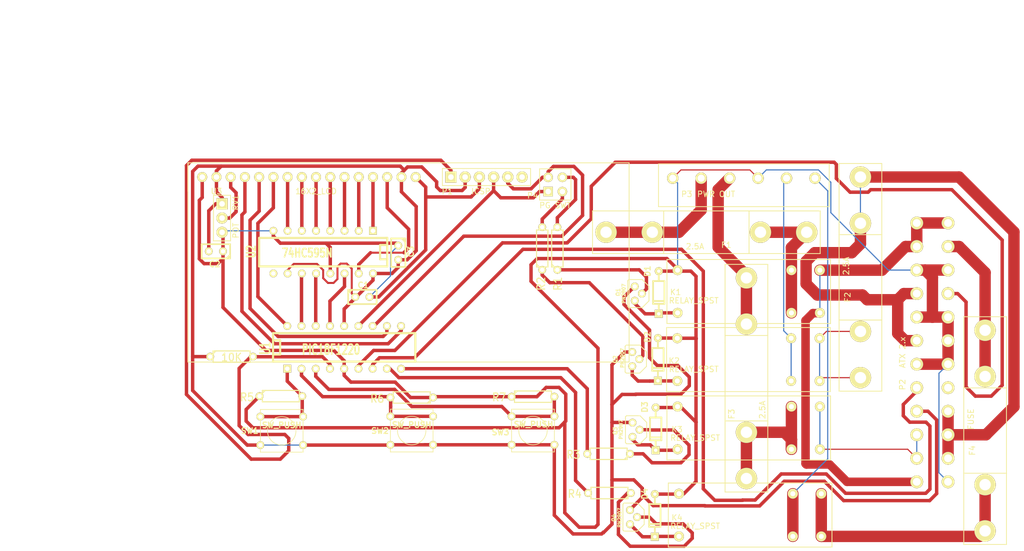
<source format=kicad_pcb>
(kicad_pcb (version 20171130) (host pcbnew "(5.1.12)-1")

  (general
    (thickness 1.6)
    (drawings 8)
    (tracks 523)
    (zones 0)
    (modules 38)
    (nets 50)
  )

  (page USLetter portrait)
  (layers
    (0 F.Cu signal)
    (31 B.Cu signal)
    (32 B.Adhes user)
    (33 F.Adhes user)
    (34 B.Paste user)
    (35 F.Paste user)
    (36 B.SilkS user)
    (37 F.SilkS user)
    (38 B.Mask user)
    (39 F.Mask user)
    (40 Dwgs.User user)
    (41 Cmts.User user)
    (42 Eco1.User user)
    (43 Eco2.User user)
    (44 Edge.Cuts user)
  )

  (setup
    (last_trace_width 0.2032)
    (user_trace_width 0.3556)
    (user_trace_width 0.508)
    (user_trace_width 0.6096)
    (user_trace_width 0.762)
    (user_trace_width 1.524)
    (user_trace_width 1.778)
    (user_trace_width 2.032)
    (user_trace_width 2.54)
    (trace_clearance 0.3556)
    (zone_clearance 0)
    (zone_45_only no)
    (trace_min 0.2032)
    (via_size 0.889)
    (via_drill 0.635)
    (via_min_size 0.889)
    (via_min_drill 0.508)
    (uvia_size 0.508)
    (uvia_drill 0.127)
    (uvias_allowed no)
    (uvia_min_size 0.508)
    (uvia_min_drill 0.127)
    (edge_width 0.1)
    (segment_width 0.2)
    (pcb_text_width 0.3)
    (pcb_text_size 1.5 1.5)
    (mod_edge_width 0.15)
    (mod_text_size 1 1)
    (mod_text_width 0.15)
    (pad_size 1.7 1.7)
    (pad_drill 1)
    (pad_to_mask_clearance 0)
    (aux_axis_origin 0 0)
    (visible_elements 7FFFFFFF)
    (pcbplotparams
      (layerselection 0x00030_ffffffff)
      (usegerberextensions true)
      (usegerberattributes true)
      (usegerberadvancedattributes true)
      (creategerberjobfile true)
      (excludeedgelayer true)
      (linewidth 0.150000)
      (plotframeref false)
      (viasonmask false)
      (mode 1)
      (useauxorigin false)
      (hpglpennumber 1)
      (hpglpenspeed 20)
      (hpglpendiameter 15.000000)
      (psnegative false)
      (psa4output false)
      (plotreference true)
      (plotvalue true)
      (plotinvisibletext false)
      (padsonsilk false)
      (subtractmaskfromsilk false)
      (outputformat 1)
      (mirror false)
      (drillshape 0)
      (scaleselection 1)
      (outputdirectory "C:/Users/OPTIPLEX  960/Documents/Electronics/Projects/CPU Power Supply Mod/PCB Gerbers/"))
  )

  (net 0 "")
  (net 1 +12V)
  (net 2 +3.3V)
  (net 3 +5V)
  (net 4 +5VA)
  (net 5 -12V)
  (net 6 /ON1)
  (net 7 /ON2)
  (net 8 /ON3)
  (net 9 /ON4)
  (net 10 /PG)
  (net 11 /PGC)
  (net 12 /PGD)
  (net 13 /PN)
  (net 14 /SW1)
  (net 15 /SW2)
  (net 16 /SW3)
  (net 17 GND)
  (net 18 N-0000010)
  (net 19 N-0000011)
  (net 20 N-0000012)
  (net 21 N-0000013)
  (net 22 N-0000014)
  (net 23 N-0000019)
  (net 24 N-000002)
  (net 25 N-0000020)
  (net 26 N-0000021)
  (net 27 N-0000022)
  (net 28 N-0000023)
  (net 29 N-0000024)
  (net 30 N-000003)
  (net 31 N-0000031)
  (net 32 N-0000032)
  (net 33 N-0000036)
  (net 34 N-0000037)
  (net 35 N-0000038)
  (net 36 N-0000039)
  (net 37 N-0000040)
  (net 38 N-0000041)
  (net 39 N-0000042)
  (net 40 N-0000043)
  (net 41 N-0000044)
  (net 42 N-0000045)
  (net 43 N-0000046)
  (net 44 N-0000047)
  (net 45 N-0000048)
  (net 46 N-0000049)
  (net 47 N-000007)
  (net 48 N-000008)
  (net 49 N-000009)

  (net_class Default "This is the default net class."
    (clearance 0.3556)
    (trace_width 0.2032)
    (via_dia 0.889)
    (via_drill 0.635)
    (uvia_dia 0.508)
    (uvia_drill 0.127)
    (add_net +12V)
    (add_net +3.3V)
    (add_net +5V)
    (add_net +5VA)
    (add_net -12V)
    (add_net /ON1)
    (add_net /ON2)
    (add_net /ON3)
    (add_net /ON4)
    (add_net /PG)
    (add_net /PGC)
    (add_net /PGD)
    (add_net /PN)
    (add_net /SW1)
    (add_net /SW2)
    (add_net /SW3)
    (add_net GND)
    (add_net N-0000010)
    (add_net N-0000011)
    (add_net N-0000012)
    (add_net N-0000013)
    (add_net N-0000014)
    (add_net N-0000019)
    (add_net N-000002)
    (add_net N-0000020)
    (add_net N-0000021)
    (add_net N-0000022)
    (add_net N-0000023)
    (add_net N-0000024)
    (add_net N-000003)
    (add_net N-0000031)
    (add_net N-0000032)
    (add_net N-0000036)
    (add_net N-0000037)
    (add_net N-0000038)
    (add_net N-0000039)
    (add_net N-0000040)
    (add_net N-0000041)
    (add_net N-0000042)
    (add_net N-0000043)
    (add_net N-0000044)
    (add_net N-0000045)
    (add_net N-0000046)
    (add_net N-0000047)
    (add_net N-0000048)
    (add_net N-0000049)
    (add_net N-000007)
    (add_net N-000008)
    (add_net N-000009)
  )

  (module RELAY_SPST (layer F.Cu) (tedit 560086BF) (tstamp 55FDB145)
    (at 138.35 165.55 270)
    (path /55FDA11A)
    (fp_text reference K4 (at -0.8 15.6) (layer F.SilkS)
      (effects (font (size 1 1) (thickness 0.15)))
    )
    (fp_text value RELAY_SPST (at 0.7 12.35) (layer F.SilkS)
      (effects (font (size 1 1) (thickness 0.15)))
    )
    (fp_line (start 4.445 -12.065) (end -6.985 -12.065) (layer F.SilkS) (width 0.15))
    (fp_line (start 4.445 17.145) (end 4.445 -12.065) (layer F.SilkS) (width 0.15))
    (fp_line (start -6.985 17.145) (end 4.445 17.145) (layer F.SilkS) (width 0.15))
    (fp_line (start -6.985 -12.065) (end -6.985 17.145) (layer F.SilkS) (width 0.15))
    (pad 3 thru_hole circle (at -5.08 15.24 270) (size 1.778 1.778) (drill 0.889) (layers *.Cu *.Mask F.SilkS)
      (net 17 GND))
    (pad 4 thru_hole circle (at 2.54 15.24 270) (size 1.778 1.778) (drill 0.889) (layers *.Cu *.Mask F.SilkS)
      (net 37 N-0000040))
    (pad 1 thru_hole circle (at 2.54 -5.08 270) (size 1.778 1.778) (drill 0.889) (layers *.Cu *.Mask F.SilkS)
      (net 38 N-0000041))
    (pad 1 thru_hole circle (at -5.08 -5.08 270) (size 1.778 1.778) (drill 0.889) (layers *.Cu *.Mask F.SilkS)
      (net 38 N-0000041))
    (pad 2 thru_hole circle (at -5.08 -10.16 270) (size 1.778 1.778) (drill 0.889) (layers *.Cu *.Mask F.SilkS)
      (net 36 N-0000039))
    (pad 2 thru_hole circle (at 2.54 -10.16 270) (size 1.778 1.778) (drill 0.889) (layers *.Cu *.Mask F.SilkS)
      (net 36 N-0000039))
  )

  (module RELAY_SPST (layer F.Cu) (tedit 560086C2) (tstamp 55FDB153)
    (at 138.1 150 270)
    (path /55FDA0F6)
    (fp_text reference K3 (at -1 15.35) (layer F.SilkS)
      (effects (font (size 1 1) (thickness 0.15)))
    )
    (fp_text value RELAY_SPST (at 0.5 12.1) (layer F.SilkS)
      (effects (font (size 1 1) (thickness 0.15)))
    )
    (fp_line (start 4.445 -12.065) (end -6.985 -12.065) (layer F.SilkS) (width 0.15))
    (fp_line (start 4.445 17.145) (end 4.445 -12.065) (layer F.SilkS) (width 0.15))
    (fp_line (start -6.985 17.145) (end 4.445 17.145) (layer F.SilkS) (width 0.15))
    (fp_line (start -6.985 -12.065) (end -6.985 17.145) (layer F.SilkS) (width 0.15))
    (pad 3 thru_hole circle (at -5.08 15.24 270) (size 1.778 1.778) (drill 0.889) (layers *.Cu *.Mask F.SilkS)
      (net 17 GND))
    (pad 4 thru_hole circle (at 2.54 15.24 270) (size 1.778 1.778) (drill 0.889) (layers *.Cu *.Mask F.SilkS)
      (net 35 N-0000038))
    (pad 1 thru_hole circle (at 2.54 -5.08 270) (size 1.778 1.778) (drill 0.889) (layers *.Cu *.Mask F.SilkS)
      (net 46 N-0000049))
    (pad 1 thru_hole circle (at -5.08 -5.08 270) (size 1.778 1.778) (drill 0.889) (layers *.Cu *.Mask F.SilkS)
      (net 46 N-0000049))
    (pad 2 thru_hole circle (at -5.08 -10.16 270) (size 1.778 1.778) (drill 0.889) (layers *.Cu *.Mask F.SilkS)
      (net 1 +12V))
    (pad 2 thru_hole circle (at 2.54 -10.16 270) (size 1.778 1.778) (drill 0.889) (layers *.Cu *.Mask F.SilkS)
      (net 1 +12V))
  )

  (module RELAY_SPST (layer F.Cu) (tedit 560086DE) (tstamp 55FDB161)
    (at 138.05 137.8 270)
    (path /55FDA0D2)
    (fp_text reference K2 (at -1.05 15.8) (layer F.SilkS)
      (effects (font (size 1 1) (thickness 0.15)))
    )
    (fp_text value RELAY_SPST (at 0.45 12.3) (layer F.SilkS)
      (effects (font (size 1 1) (thickness 0.15)))
    )
    (fp_line (start 4.445 -12.065) (end -6.985 -12.065) (layer F.SilkS) (width 0.15))
    (fp_line (start -6.985 17.145) (end -6.985 -12.065) (layer F.SilkS) (width 0.15))
    (fp_line (start 4.445 17.145) (end -6.985 17.145) (layer F.SilkS) (width 0.15))
    (fp_line (start 4.445 -12.065) (end 4.445 17.145) (layer F.SilkS) (width 0.15))
    (pad 3 thru_hole circle (at -5.08 15.24 270) (size 1.778 1.778) (drill 0.889) (layers *.Cu *.Mask F.SilkS)
      (net 17 GND))
    (pad 4 thru_hole circle (at 2.54 15.24 270) (size 1.778 1.778) (drill 0.889) (layers *.Cu *.Mask F.SilkS)
      (net 39 N-0000042))
    (pad 1 thru_hole circle (at 2.54 -5.08 270) (size 1.778 1.778) (drill 0.889) (layers *.Cu *.Mask F.SilkS)
      (net 45 N-0000048))
    (pad 1 thru_hole circle (at -5.08 -5.08 270) (size 1.778 1.778) (drill 0.889) (layers *.Cu *.Mask F.SilkS)
      (net 45 N-0000048))
    (pad 2 thru_hole circle (at -5.08 -10.16 270) (size 1.778 1.778) (drill 0.889) (layers *.Cu *.Mask F.SilkS)
      (net 32 N-0000032))
    (pad 2 thru_hole circle (at 2.54 -10.16 270) (size 1.778 1.778) (drill 0.889) (layers *.Cu *.Mask F.SilkS)
      (net 32 N-0000032))
  )

  (module RELAY_SPST (layer F.Cu) (tedit 7FFFFFFF) (tstamp 55FDB113)
    (at 138.1 125.65 270)
    (path /55FD9741)
    (fp_text reference K1 (at -1.15 15.6) (layer F.SilkS)
      (effects (font (size 1 1) (thickness 0.15)))
    )
    (fp_text value RELAY_SPST (at 0.35 12.35) (layer F.SilkS)
      (effects (font (size 1 1) (thickness 0.15)))
    )
    (fp_line (start 4.445 -12.065) (end -6.985 -12.065) (layer F.SilkS) (width 0.15))
    (fp_line (start -6.985 17.145) (end 4.445 17.145) (layer F.SilkS) (width 0.15))
    (fp_line (start 4.445 -12.065) (end 4.445 17.145) (layer F.SilkS) (width 0.15))
    (fp_line (start -6.985 17.145) (end -6.985 -12.065) (layer F.SilkS) (width 0.15))
    (pad 3 thru_hole circle (at -5.08 15.24 270) (size 1.778 1.778) (drill 0.889) (layers *.Cu *.Mask F.SilkS)
      (net 17 GND))
    (pad 4 thru_hole circle (at 2.54 15.24 270) (size 1.778 1.778) (drill 0.889) (layers *.Cu *.Mask F.SilkS)
      (net 40 N-0000043))
    (pad 1 thru_hole circle (at 2.54 -5.08 270) (size 1.778 1.778) (drill 0.889) (layers *.Cu *.Mask F.SilkS)
      (net 44 N-0000047))
    (pad 1 thru_hole circle (at -5.08 -5.08 270) (size 1.778 1.778) (drill 0.889) (layers *.Cu *.Mask F.SilkS)
      (net 44 N-0000047))
    (pad 2 thru_hole circle (at -5.08 -10.16 270) (size 1.778 1.778) (drill 0.889) (layers *.Cu *.Mask F.SilkS)
      (net 2 +3.3V))
    (pad 2 thru_hole circle (at 2.54 -10.16 270) (size 1.778 1.778) (drill 0.889) (layers *.Cu *.Mask F.SilkS)
      (net 2 +3.3V))
  )

  (module CON_2x2 (layer F.Cu) (tedit 56008750) (tstamp 55FDB3B2)
    (at 102.3 104)
    (path /55FDC0CC)
    (fp_text reference P4 (at -5.3 3.25) (layer F.SilkS)
      (effects (font (size 1 1) (thickness 0.15)))
    )
    (fp_text value "PG SWT" (at -1.3 5) (layer F.SilkS)
      (effects (font (size 1 1) (thickness 0.15)))
    )
    (fp_line (start -4.064 4.064) (end -4.064 -1.524) (layer F.SilkS) (width 0.15))
    (fp_line (start 1.524 4.064) (end -4.064 4.064) (layer F.SilkS) (width 0.15))
    (fp_line (start 1.524 -1.524) (end 1.524 4.064) (layer F.SilkS) (width 0.15))
    (fp_line (start -4.064 -1.524) (end 1.524 -1.524) (layer F.SilkS) (width 0.15))
    (pad 1 thru_hole rect (at -2.54 2.54) (size 1.7 1.7) (drill 1) (layers *.Cu *.Mask F.SilkS)
      (net 12 /PGD))
    (pad 4 thru_hole circle (at 0 2.54) (size 1.7 1.7) (drill 1) (layers *.Cu *.Mask F.SilkS)
      (net 33 N-0000036))
    (pad 3 thru_hole circle (at -2.54 0) (size 1.7 1.7) (drill 1) (layers *.Cu *.Mask F.SilkS)
      (net 11 /PGC))
    (pad 2 thru_hole circle (at 0 0) (size 1.7 1.7) (drill 1) (layers *.Cu *.Mask F.SilkS)
      (net 34 N-0000037))
  )

  (module 1602A_LCD (layer F.Cu) (tedit 55FDA888) (tstamp 55FDC406)
    (at 65.95 103.95)
    (path /55FD6078)
    (fp_text reference U3 (at -25.4 2.54) (layer F.SilkS)
      (effects (font (size 1 1) (thickness 0.15)))
    )
    (fp_text value 16X2_LCD (at -7.62 2.54) (layer F.SilkS)
      (effects (font (size 1 1) (thickness 0.15)))
    )
    (fp_line (start -30.48 -2.54) (end 48.26 -2.54) (layer F.SilkS) (width 0.15))
    (fp_line (start 48.26 33.02) (end -30.48 33.02) (layer F.SilkS) (width 0.15))
    (fp_line (start 48.26 -2.54) (end 48.26 33.02) (layer F.SilkS) (width 0.15))
    (fp_line (start -30.48 -2.54) (end -30.48 2.54) (layer F.SilkS) (width 0.15))
    (fp_line (start -30.48 33.02) (end -30.48 -2.54) (layer F.SilkS) (width 0.15))
    (pad 1 thru_hole circle (at -27.94 0) (size 1.778 1.778) (drill 1.016) (layers *.Cu *.Mask F.SilkS)
      (net 17 GND))
    (pad 2 thru_hole circle (at -25.4 0) (size 1.778 1.778) (drill 1.016) (layers *.Cu *.Mask F.SilkS)
      (net 4 +5VA))
    (pad 3 thru_hole circle (at -22.86 0) (size 1.778 1.778) (drill 1.016) (layers *.Cu *.Mask F.SilkS)
      (net 30 N-000003))
    (pad 4 thru_hole circle (at -20.32 0) (size 1.778 1.778) (drill 1.016) (layers *.Cu *.Mask F.SilkS)
      (net 25 N-0000020))
    (pad 5 thru_hole circle (at -17.78 0) (size 1.778 1.778) (drill 1.016) (layers *.Cu *.Mask F.SilkS)
      (net 26 N-0000021))
    (pad 6 thru_hole circle (at -15.24 0) (size 1.778 1.778) (drill 1.016) (layers *.Cu *.Mask F.SilkS)
      (net 23 N-0000019))
    (pad 7 thru_hole circle (at -12.7 0) (size 1.778 1.778) (drill 1.016) (layers *.Cu *.Mask F.SilkS)
      (net 22 N-0000014))
    (pad 8 thru_hole circle (at -10.16 0) (size 1.778 1.778) (drill 1.016) (layers *.Cu *.Mask F.SilkS)
      (net 21 N-0000013))
    (pad 9 thru_hole circle (at -7.62 0) (size 1.778 1.778) (drill 1.016) (layers *.Cu *.Mask F.SilkS)
      (net 20 N-0000012))
    (pad 10 thru_hole circle (at -5.08 0) (size 1.778 1.778) (drill 1.016) (layers *.Cu *.Mask F.SilkS)
      (net 19 N-0000011))
    (pad 11 thru_hole circle (at -2.54 0) (size 1.778 1.778) (drill 1.016) (layers *.Cu *.Mask F.SilkS)
      (net 18 N-0000010))
    (pad 12 thru_hole circle (at 0 0) (size 1.778 1.778) (drill 1.016) (layers *.Cu *.Mask F.SilkS)
      (net 49 N-000009))
    (pad 13 thru_hole circle (at 2.54 0) (size 1.778 1.778) (drill 1.016) (layers *.Cu *.Mask F.SilkS)
      (net 48 N-000008))
    (pad 14 thru_hole circle (at 5.08 0) (size 1.778 1.778) (drill 1.016) (layers *.Cu *.Mask F.SilkS)
      (net 47 N-000007))
    (pad 15 thru_hole circle (at 7.62 0) (size 1.778 1.778) (drill 1.016) (layers *.Cu *.Mask F.SilkS)
      (net 4 +5VA))
    (pad 16 thru_hole circle (at 10.16 0) (size 1.778 1.778) (drill 1.016) (layers *.Cu *.Mask F.SilkS)
      (net 17 GND))
  )

  (module FUSE (layer F.Cu) (tedit 55FDB58B) (tstamp 55FDB1E1)
    (at 155.5 121.85 90)
    (path /55FDA3E6)
    (fp_text reference F2 (at -3.556 -2.286 90) (layer F.SilkS)
      (effects (font (size 1 1) (thickness 0.15)))
    )
    (fp_text value 2.5A (at 2.032 -2.54 90) (layer F.SilkS)
      (effects (font (size 1 1) (thickness 0.15)))
    )
    (fp_line (start -20.32 -3.81) (end 6.35 -3.81) (layer F.SilkS) (width 0.15))
    (fp_line (start -20.32 3.81) (end -20.32 -3.81) (layer F.SilkS) (width 0.15))
    (fp_line (start 20.32 3.81) (end -20.32 3.81) (layer F.SilkS) (width 0.15))
    (fp_line (start 20.32 -3.81) (end 20.32 3.81) (layer F.SilkS) (width 0.15))
    (fp_line (start 20.32 -3.81) (end 6.35 -3.81) (layer F.SilkS) (width 0.15))
    (fp_line (start -7.62 -3.81) (end -7.62 3.81) (layer F.SilkS) (width 0.15))
    (fp_line (start 7.62 3.81) (end 7.62 -3.81) (layer F.SilkS) (width 0.15))
    (pad 1 thru_hole circle (at 9.652 0 90) (size 3.81 3.81) (drill 2.032) (layers *.Cu *.Mask F.SilkS)
      (net 3 +5V))
    (pad 2 thru_hole circle (at -9.652 0 90) (size 3.81 3.81) (drill 2.032) (layers *.Cu *.Mask F.SilkS)
      (net 32 N-0000032))
    (pad 1 thru_hole circle (at 17.907 0 90) (size 3.81 3.81) (drill 2.032) (layers *.Cu *.Mask F.SilkS)
      (net 3 +5V))
    (pad 2 thru_hole circle (at -17.907 0 90) (size 3.81 3.81) (drill 2.032) (layers *.Cu *.Mask F.SilkS)
      (net 32 N-0000032))
  )

  (module FUSE (layer F.Cu) (tedit 55FDB579) (tstamp 55FDB1D2)
    (at 128 113.8 180)
    (path /55FDA3D9)
    (fp_text reference F1 (at -3.556 -2.286 180) (layer F.SilkS)
      (effects (font (size 1 1) (thickness 0.15)))
    )
    (fp_text value 2.5A (at 2.032 -2.54 180) (layer F.SilkS)
      (effects (font (size 1 1) (thickness 0.15)))
    )
    (fp_line (start -20.32 -3.81) (end 6.35 -3.81) (layer F.SilkS) (width 0.15))
    (fp_line (start -20.32 3.81) (end -20.32 -3.81) (layer F.SilkS) (width 0.15))
    (fp_line (start 20.32 3.81) (end -20.32 3.81) (layer F.SilkS) (width 0.15))
    (fp_line (start 20.32 -3.81) (end 20.32 3.81) (layer F.SilkS) (width 0.15))
    (fp_line (start 20.32 -3.81) (end 6.35 -3.81) (layer F.SilkS) (width 0.15))
    (fp_line (start -7.62 -3.81) (end -7.62 3.81) (layer F.SilkS) (width 0.15))
    (fp_line (start 7.62 3.81) (end 7.62 -3.81) (layer F.SilkS) (width 0.15))
    (pad 1 thru_hole circle (at 9.652 0 180) (size 3.81 3.81) (drill 2.032) (layers *.Cu *.Mask F.SilkS)
      (net 41 N-0000044))
    (pad 2 thru_hole circle (at -9.652 0 180) (size 3.81 3.81) (drill 2.032) (layers *.Cu *.Mask F.SilkS)
      (net 44 N-0000047))
    (pad 1 thru_hole circle (at 17.907 0 180) (size 3.81 3.81) (drill 2.032) (layers *.Cu *.Mask F.SilkS)
      (net 41 N-0000044))
    (pad 2 thru_hole circle (at -17.907 0 180) (size 3.81 3.81) (drill 2.032) (layers *.Cu *.Mask F.SilkS)
      (net 44 N-0000047))
  )

  (module FUSE (layer F.Cu) (tedit 560086C9) (tstamp 55FDB1F0)
    (at 135.15 139.85 90)
    (path /55FDA3EC)
    (fp_text reference F3 (at -6.4 -2.65 90) (layer F.SilkS)
      (effects (font (size 1 1) (thickness 0.15)))
    )
    (fp_text value 2.5A (at -5.65 2.85 90) (layer F.SilkS)
      (effects (font (size 1 1) (thickness 0.15)))
    )
    (fp_line (start -20.32 -3.81) (end 6.35 -3.81) (layer F.SilkS) (width 0.15))
    (fp_line (start -20.32 3.81) (end -20.32 -3.81) (layer F.SilkS) (width 0.15))
    (fp_line (start 20.32 3.81) (end -20.32 3.81) (layer F.SilkS) (width 0.15))
    (fp_line (start 20.32 -3.81) (end 20.32 3.81) (layer F.SilkS) (width 0.15))
    (fp_line (start 20.32 -3.81) (end 6.35 -3.81) (layer F.SilkS) (width 0.15))
    (fp_line (start -7.62 -3.81) (end -7.62 3.81) (layer F.SilkS) (width 0.15))
    (fp_line (start 7.62 3.81) (end 7.62 -3.81) (layer F.SilkS) (width 0.15))
    (pad 1 thru_hole circle (at 9.652 0 90) (size 3.81 3.81) (drill 2.032) (layers *.Cu *.Mask F.SilkS)
      (net 31 N-0000031))
    (pad 2 thru_hole circle (at -9.652 0 90) (size 3.81 3.81) (drill 2.032) (layers *.Cu *.Mask F.SilkS)
      (net 46 N-0000049))
    (pad 1 thru_hole circle (at 17.907 0 90) (size 3.81 3.81) (drill 2.032) (layers *.Cu *.Mask F.SilkS)
      (net 31 N-0000031))
    (pad 2 thru_hole circle (at -17.907 0 90) (size 3.81 3.81) (drill 2.032) (layers *.Cu *.Mask F.SilkS)
      (net 46 N-0000049))
  )

  (module FUSE (layer F.Cu) (tedit 55FDB3DC) (tstamp 55FDB1FF)
    (at 177.75 149.2 90)
    (path /55FDA3FC)
    (fp_text reference F4 (at -3.556 -2.286 90) (layer F.SilkS)
      (effects (font (size 1 1) (thickness 0.15)))
    )
    (fp_text value FUSE (at 2.032 -2.54 90) (layer F.SilkS)
      (effects (font (size 1 1) (thickness 0.15)))
    )
    (fp_line (start -20.32 -3.81) (end 6.35 -3.81) (layer F.SilkS) (width 0.15))
    (fp_line (start -20.32 3.81) (end -20.32 -3.81) (layer F.SilkS) (width 0.15))
    (fp_line (start 20.32 3.81) (end -20.32 3.81) (layer F.SilkS) (width 0.15))
    (fp_line (start 20.32 -3.81) (end 20.32 3.81) (layer F.SilkS) (width 0.15))
    (fp_line (start 20.32 -3.81) (end 6.35 -3.81) (layer F.SilkS) (width 0.15))
    (fp_line (start -7.62 -3.81) (end -7.62 3.81) (layer F.SilkS) (width 0.15))
    (fp_line (start 7.62 3.81) (end 7.62 -3.81) (layer F.SilkS) (width 0.15))
    (pad 1 thru_hole circle (at 9.652 0 90) (size 3.81 3.81) (drill 2.032) (layers *.Cu *.Mask F.SilkS)
      (net 5 -12V))
    (pad 2 thru_hole circle (at -9.652 0 90) (size 3.81 3.81) (drill 2.032) (layers *.Cu *.Mask F.SilkS)
      (net 36 N-0000039))
    (pad 1 thru_hole circle (at 17.907 0 90) (size 3.81 3.81) (drill 2.032) (layers *.Cu *.Mask F.SilkS)
      (net 5 -12V))
    (pad 2 thru_hole circle (at -17.907 0 90) (size 3.81 3.81) (drill 2.032) (layers *.Cu *.Mask F.SilkS)
      (net 36 N-0000039))
  )

  (module TO92PN (layer F.Cu) (tedit 560086FF) (tstamp 55FDB0D5)
    (at 115.45 149.05 90)
    (path /55FDA0FC)
    (fp_text reference Q3 (at -0.2 -3.7 90) (layer F.SilkS)
      (effects (font (size 0.7 0.7) (thickness 0.15)))
    )
    (fp_text value PN2907 (at 0.05 -2.7 90) (layer F.SilkS)
      (effects (font (size 0.6 0.6) (thickness 0.15)))
    )
    (fp_line (start -2.5 0.7) (end -2.5 -1.7) (layer F.SilkS) (width 0.15))
    (fp_line (start -1.3 1.9) (end -2.5 0.7) (layer F.SilkS) (width 0.15))
    (fp_line (start 2.5 0.7) (end 1.3 1.9) (layer F.SilkS) (width 0.15))
    (fp_line (start 2.5 -1.7) (end 2.5 0.7) (layer F.SilkS) (width 0.15))
    (fp_line (start 2.3 -1.9) (end 2.5 -1.7) (layer F.SilkS) (width 0.15))
    (fp_line (start -2.3 -1.9) (end 2.3 -1.9) (layer F.SilkS) (width 0.15))
    (fp_line (start -2.5 -1.7) (end -2.3 -1.9) (layer F.SilkS) (width 0.15))
    (fp_line (start 1.3 1.9) (end -1.3 1.9) (layer F.SilkS) (width 0.15))
    (pad 1 thru_hole circle (at 1.27 -0.635 90) (size 1.4 1.4) (drill 0.8) (layers *.Cu *.Mask F.SilkS)
      (net 4 +5VA))
    (pad 2 thru_hole circle (at 0 0.635 90) (size 1.4 1.4) (drill 0.8) (layers *.Cu *.Mask F.SilkS)
      (net 8 /ON3))
    (pad 3 thru_hole circle (at -1.27 -0.635 90) (size 1.4 1.4) (drill 0.8) (layers *.Cu *.Mask F.SilkS)
      (net 35 N-0000038))
    (model to-xxx-packages/to92.wrl
      (at (xyz 0 0 0))
      (scale (xyz 1 1 1))
      (rotate (xyz 0 0 0))
    )
  )

  (module TO92PN (layer F.Cu) (tedit 560086FA) (tstamp 55FDB0E4)
    (at 115 164.65 90)
    (path /55FDA120)
    (fp_text reference Q4 (at -0.1 -3.5 90) (layer F.SilkS)
      (effects (font (size 0.7 0.7) (thickness 0.15)))
    )
    (fp_text value PN2907 (at -0.1 -2.5 90) (layer F.SilkS)
      (effects (font (size 0.6 0.6) (thickness 0.15)))
    )
    (fp_line (start -2.5 0.7) (end -2.5 -1.7) (layer F.SilkS) (width 0.15))
    (fp_line (start -1.3 1.9) (end -2.5 0.7) (layer F.SilkS) (width 0.15))
    (fp_line (start 2.5 0.7) (end 1.3 1.9) (layer F.SilkS) (width 0.15))
    (fp_line (start 2.5 -1.7) (end 2.5 0.7) (layer F.SilkS) (width 0.15))
    (fp_line (start 2.3 -1.9) (end 2.5 -1.7) (layer F.SilkS) (width 0.15))
    (fp_line (start -2.3 -1.9) (end 2.3 -1.9) (layer F.SilkS) (width 0.15))
    (fp_line (start -2.5 -1.7) (end -2.3 -1.9) (layer F.SilkS) (width 0.15))
    (fp_line (start 1.3 1.9) (end -1.3 1.9) (layer F.SilkS) (width 0.15))
    (pad 1 thru_hole circle (at 1.27 -0.635 90) (size 1.4 1.4) (drill 0.8) (layers *.Cu *.Mask F.SilkS)
      (net 4 +5VA))
    (pad 2 thru_hole circle (at 0 0.635 90) (size 1.4 1.4) (drill 0.8) (layers *.Cu *.Mask F.SilkS)
      (net 9 /ON4))
    (pad 3 thru_hole circle (at -1.27 -0.635 90) (size 1.4 1.4) (drill 0.8) (layers *.Cu *.Mask F.SilkS)
      (net 37 N-0000040))
    (model to-xxx-packages/to92.wrl
      (at (xyz 0 0 0))
      (scale (xyz 1 1 1))
      (rotate (xyz 0 0 0))
    )
  )

  (module TO92PN (layer F.Cu) (tedit 56008705) (tstamp 55FDB0F3)
    (at 115.4 136.45 90)
    (path /55FDA0D8)
    (fp_text reference Q2 (at -0.05 -3.65 90) (layer F.SilkS)
      (effects (font (size 0.7 0.7) (thickness 0.15)))
    )
    (fp_text value PN2907 (at 0.2 -2.4 90) (layer F.SilkS)
      (effects (font (size 0.6 0.6) (thickness 0.15)))
    )
    (fp_line (start -2.5 0.7) (end -2.5 -1.7) (layer F.SilkS) (width 0.15))
    (fp_line (start -1.3 1.9) (end -2.5 0.7) (layer F.SilkS) (width 0.15))
    (fp_line (start 2.5 0.7) (end 1.3 1.9) (layer F.SilkS) (width 0.15))
    (fp_line (start 2.5 -1.7) (end 2.5 0.7) (layer F.SilkS) (width 0.15))
    (fp_line (start 2.3 -1.9) (end 2.5 -1.7) (layer F.SilkS) (width 0.15))
    (fp_line (start -2.3 -1.9) (end 2.3 -1.9) (layer F.SilkS) (width 0.15))
    (fp_line (start -2.5 -1.7) (end -2.3 -1.9) (layer F.SilkS) (width 0.15))
    (fp_line (start 1.3 1.9) (end -1.3 1.9) (layer F.SilkS) (width 0.15))
    (pad 1 thru_hole circle (at 1.27 -0.635 90) (size 1.4 1.4) (drill 0.8) (layers *.Cu *.Mask F.SilkS)
      (net 4 +5VA))
    (pad 2 thru_hole circle (at 0 0.635 90) (size 1.4 1.4) (drill 0.8) (layers *.Cu *.Mask F.SilkS)
      (net 7 /ON2))
    (pad 3 thru_hole circle (at -1.27 -0.635 90) (size 1.4 1.4) (drill 0.8) (layers *.Cu *.Mask F.SilkS)
      (net 39 N-0000042))
    (model to-xxx-packages/to92.wrl
      (at (xyz 0 0 0))
      (scale (xyz 1 1 1))
      (rotate (xyz 0 0 0))
    )
  )

  (module TO92PN (layer F.Cu) (tedit 5600870B) (tstamp 55FDB102)
    (at 115.85 124.75 90)
    (path /55FD9C3D)
    (fp_text reference Q1 (at 0.25 -3.6 90) (layer F.SilkS)
      (effects (font (size 0.7 0.7) (thickness 0.15)))
    )
    (fp_text value PN2907 (at 0 -2.6 90) (layer F.SilkS)
      (effects (font (size 0.6 0.6) (thickness 0.15)))
    )
    (fp_line (start -2.5 0.7) (end -2.5 -1.7) (layer F.SilkS) (width 0.15))
    (fp_line (start -1.3 1.9) (end -2.5 0.7) (layer F.SilkS) (width 0.15))
    (fp_line (start 2.5 0.7) (end 1.3 1.9) (layer F.SilkS) (width 0.15))
    (fp_line (start 2.5 -1.7) (end 2.5 0.7) (layer F.SilkS) (width 0.15))
    (fp_line (start 2.3 -1.9) (end 2.5 -1.7) (layer F.SilkS) (width 0.15))
    (fp_line (start -2.3 -1.9) (end 2.3 -1.9) (layer F.SilkS) (width 0.15))
    (fp_line (start -2.5 -1.7) (end -2.3 -1.9) (layer F.SilkS) (width 0.15))
    (fp_line (start 1.3 1.9) (end -1.3 1.9) (layer F.SilkS) (width 0.15))
    (pad 1 thru_hole circle (at 1.27 -0.635 90) (size 1.4 1.4) (drill 0.8) (layers *.Cu *.Mask F.SilkS)
      (net 4 +5VA))
    (pad 2 thru_hole circle (at 0 0.635 90) (size 1.4 1.4) (drill 0.8) (layers *.Cu *.Mask F.SilkS)
      (net 6 /ON1))
    (pad 3 thru_hole circle (at -1.27 -0.635 90) (size 1.4 1.4) (drill 0.8) (layers *.Cu *.Mask F.SilkS)
      (net 40 N-0000043))
    (model to-xxx-packages/to92.wrl
      (at (xyz 0 0 0))
      (scale (xyz 1 1 1))
      (rotate (xyz 0 0 0))
    )
  )

  (module SW_PUSH_SMALL (layer F.Cu) (tedit 560FE3E9) (tstamp 55FDB10F)
    (at 97.05 149.2 180)
    (path /55FDB36C)
    (fp_text reference SW3 (at 5.8 -0.3 180) (layer F.SilkS)
      (effects (font (size 1.016 1.016) (thickness 0.2032)))
    )
    (fp_text value SW_PUSH (at -0.1 1.1 180) (layer F.SilkS)
      (effects (font (size 1.016 1.016) (thickness 0.2032)))
    )
    (fp_line (start -3.81 -3.81) (end -3.81 3.81) (layer F.SilkS) (width 0.127))
    (fp_line (start 3.81 3.81) (end -3.81 3.81) (layer F.SilkS) (width 0.127))
    (fp_line (start 3.81 -3.81) (end 3.81 3.81) (layer F.SilkS) (width 0.127))
    (fp_line (start -3.81 -3.81) (end 3.81 -3.81) (layer F.SilkS) (width 0.127))
    (fp_circle (center 0 0) (end 0 -2.54) (layer F.SilkS) (width 0.127))
    (pad 1 thru_hole circle (at 3.81 -2.54 180) (size 1.397 1.397) (drill 0.8128) (layers *.Cu *.Mask F.SilkS)
      (net 4 +5VA))
    (pad 2 thru_hole circle (at 3.81 2.54 180) (size 1.397 1.397) (drill 0.8128) (layers *.Cu *.Mask F.SilkS)
      (net 16 /SW3))
    (pad 1 thru_hole circle (at -3.81 -2.54 180) (size 1.397 1.397) (drill 0.8128) (layers *.Cu *.Mask F.SilkS)
      (net 4 +5VA))
    (pad 2 thru_hole circle (at -3.81 2.54 180) (size 1.397 1.397) (drill 0.8128) (layers *.Cu *.Mask F.SilkS)
      (net 16 /SW3))
  )

  (module SW_PUSH_SMALL (layer F.Cu) (tedit 560FE3E6) (tstamp 55FDB11C)
    (at 75.4 149.2 180)
    (path /55FDB366)
    (fp_text reference SW2 (at 5.65 -0.05 180) (layer F.SilkS)
      (effects (font (size 1.016 1.016) (thickness 0.2032)))
    )
    (fp_text value SW_PUSH (at 0 1.016 180) (layer F.SilkS)
      (effects (font (size 1.016 1.016) (thickness 0.2032)))
    )
    (fp_line (start -3.81 -3.81) (end -3.81 3.81) (layer F.SilkS) (width 0.127))
    (fp_line (start 3.81 3.81) (end -3.81 3.81) (layer F.SilkS) (width 0.127))
    (fp_line (start 3.81 -3.81) (end 3.81 3.81) (layer F.SilkS) (width 0.127))
    (fp_line (start -3.81 -3.81) (end 3.81 -3.81) (layer F.SilkS) (width 0.127))
    (fp_circle (center 0 0) (end 0 -2.54) (layer F.SilkS) (width 0.127))
    (pad 1 thru_hole circle (at 3.81 -2.54 180) (size 1.397 1.397) (drill 0.8128) (layers *.Cu *.Mask F.SilkS)
      (net 4 +5VA))
    (pad 2 thru_hole circle (at 3.81 2.54 180) (size 1.397 1.397) (drill 0.8128) (layers *.Cu *.Mask F.SilkS)
      (net 15 /SW2))
    (pad 1 thru_hole circle (at -3.81 -2.54 180) (size 1.397 1.397) (drill 0.8128) (layers *.Cu *.Mask F.SilkS)
      (net 4 +5VA))
    (pad 2 thru_hole circle (at -3.81 2.54 180) (size 1.397 1.397) (drill 0.8128) (layers *.Cu *.Mask F.SilkS)
      (net 15 /SW2))
  )

  (module SW_PUSH_SMALL (layer F.Cu) (tedit 560FE3E4) (tstamp 55FDB129)
    (at 52.2 149.25 180)
    (path /55FDB359)
    (fp_text reference SW1 (at 5.7 0 180) (layer F.SilkS)
      (effects (font (size 1.016 1.016) (thickness 0.2032)))
    )
    (fp_text value SW_PUSH (at 0 1.016 180) (layer F.SilkS)
      (effects (font (size 1.016 1.016) (thickness 0.2032)))
    )
    (fp_line (start -3.81 -3.81) (end -3.81 3.81) (layer F.SilkS) (width 0.127))
    (fp_line (start 3.81 3.81) (end -3.81 3.81) (layer F.SilkS) (width 0.127))
    (fp_line (start 3.81 -3.81) (end 3.81 3.81) (layer F.SilkS) (width 0.127))
    (fp_line (start -3.81 -3.81) (end 3.81 -3.81) (layer F.SilkS) (width 0.127))
    (fp_circle (center 0 0) (end 0 -2.54) (layer F.SilkS) (width 0.127))
    (pad 1 thru_hole circle (at 3.81 -2.54 180) (size 1.397 1.397) (drill 0.8128) (layers *.Cu *.Mask F.SilkS)
      (net 4 +5VA))
    (pad 2 thru_hole circle (at 3.81 2.54 180) (size 1.397 1.397) (drill 0.8128) (layers *.Cu *.Mask F.SilkS)
      (net 14 /SW1))
    (pad 1 thru_hole circle (at -3.81 -2.54 180) (size 1.397 1.397) (drill 0.8128) (layers *.Cu *.Mask F.SilkS)
      (net 4 +5VA))
    (pad 2 thru_hole circle (at -3.81 2.54 180) (size 1.397 1.397) (drill 0.8128) (layers *.Cu *.Mask F.SilkS)
      (net 14 /SW1))
  )

  (module R3 (layer F.Cu) (tedit 560FE367) (tstamp 55FDB16F)
    (at 110.7 160.35 180)
    (descr "Resitance 3 pas")
    (tags R)
    (path /55FDAA8E)
    (autoplace_cost180 10)
    (fp_text reference R4 (at 6.2 -0.15 180) (layer F.SilkS)
      (effects (font (size 1.397 1.27) (thickness 0.2032)))
    )
    (fp_text value R (at 0 0.127 180) (layer F.SilkS) hide
      (effects (font (size 1.397 1.27) (thickness 0.2032)))
    )
    (fp_line (start -3.302 -0.508) (end -2.794 -1.016) (layer F.SilkS) (width 0.2032))
    (fp_line (start 3.302 1.016) (end 3.302 0) (layer F.SilkS) (width 0.2032))
    (fp_line (start -3.302 1.016) (end 3.302 1.016) (layer F.SilkS) (width 0.2032))
    (fp_line (start -3.302 -1.016) (end -3.302 1.016) (layer F.SilkS) (width 0.2032))
    (fp_line (start 3.302 -1.016) (end -3.302 -1.016) (layer F.SilkS) (width 0.2032))
    (fp_line (start 3.302 0) (end 3.302 -1.016) (layer F.SilkS) (width 0.2032))
    (fp_line (start 3.81 0) (end 3.302 0) (layer F.SilkS) (width 0.2032))
    (fp_line (start -3.81 0) (end -3.302 0) (layer F.SilkS) (width 0.2032))
    (pad 1 thru_hole circle (at -3.81 0 180) (size 1.397 1.397) (drill 0.8128) (layers *.Cu *.Mask F.SilkS)
      (net 9 /ON4))
    (pad 2 thru_hole circle (at 3.81 0 180) (size 1.397 1.397) (drill 0.8128) (layers *.Cu *.Mask F.SilkS)
      (net 42 N-0000045))
    (model discret/resistor.wrl
      (at (xyz 0 0 0))
      (scale (xyz 0.3 0.3 0.3))
      (rotate (xyz 0 0 0))
    )
  )

  (module R3 (layer F.Cu) (tedit 560FE3DB) (tstamp 55FDB17D)
    (at 97.05 143.15)
    (descr "Resitance 3 pas")
    (tags R)
    (path /55FDB37E)
    (autoplace_cost180 10)
    (fp_text reference R7 (at -6.05 0.1) (layer F.SilkS)
      (effects (font (size 1.397 1.27) (thickness 0.2032)))
    )
    (fp_text value R (at 0 0.127) (layer F.SilkS) hide
      (effects (font (size 1.397 1.27) (thickness 0.2032)))
    )
    (fp_line (start -3.302 -0.508) (end -2.794 -1.016) (layer F.SilkS) (width 0.2032))
    (fp_line (start 3.302 1.016) (end 3.302 0) (layer F.SilkS) (width 0.2032))
    (fp_line (start -3.302 1.016) (end 3.302 1.016) (layer F.SilkS) (width 0.2032))
    (fp_line (start -3.302 -1.016) (end -3.302 1.016) (layer F.SilkS) (width 0.2032))
    (fp_line (start 3.302 -1.016) (end -3.302 -1.016) (layer F.SilkS) (width 0.2032))
    (fp_line (start 3.302 0) (end 3.302 -1.016) (layer F.SilkS) (width 0.2032))
    (fp_line (start 3.81 0) (end 3.302 0) (layer F.SilkS) (width 0.2032))
    (fp_line (start -3.81 0) (end -3.302 0) (layer F.SilkS) (width 0.2032))
    (pad 1 thru_hole circle (at -3.81 0) (size 1.397 1.397) (drill 0.8128) (layers *.Cu *.Mask F.SilkS)
      (net 17 GND))
    (pad 2 thru_hole circle (at 3.81 0) (size 1.397 1.397) (drill 0.8128) (layers *.Cu *.Mask F.SilkS)
      (net 16 /SW3))
    (model discret/resistor.wrl
      (at (xyz 0 0 0))
      (scale (xyz 0.3 0.3 0.3))
      (rotate (xyz 0 0 0))
    )
  )

  (module R3 (layer F.Cu) (tedit 560FE364) (tstamp 55FDB18B)
    (at 110.55 153.35 180)
    (descr "Resitance 3 pas")
    (tags R)
    (path /55FDAA9B)
    (autoplace_cost180 10)
    (fp_text reference R3 (at 6.3 -0.15 180) (layer F.SilkS)
      (effects (font (size 1.397 1.27) (thickness 0.2032)))
    )
    (fp_text value R (at 0 0.127 180) (layer F.SilkS) hide
      (effects (font (size 1.397 1.27) (thickness 0.2032)))
    )
    (fp_line (start -3.302 -0.508) (end -2.794 -1.016) (layer F.SilkS) (width 0.2032))
    (fp_line (start 3.302 1.016) (end 3.302 0) (layer F.SilkS) (width 0.2032))
    (fp_line (start -3.302 1.016) (end 3.302 1.016) (layer F.SilkS) (width 0.2032))
    (fp_line (start -3.302 -1.016) (end -3.302 1.016) (layer F.SilkS) (width 0.2032))
    (fp_line (start 3.302 -1.016) (end -3.302 -1.016) (layer F.SilkS) (width 0.2032))
    (fp_line (start 3.302 0) (end 3.302 -1.016) (layer F.SilkS) (width 0.2032))
    (fp_line (start 3.81 0) (end 3.302 0) (layer F.SilkS) (width 0.2032))
    (fp_line (start -3.81 0) (end -3.302 0) (layer F.SilkS) (width 0.2032))
    (pad 1 thru_hole circle (at -3.81 0 180) (size 1.397 1.397) (drill 0.8128) (layers *.Cu *.Mask F.SilkS)
      (net 8 /ON3))
    (pad 2 thru_hole circle (at 3.81 0 180) (size 1.397 1.397) (drill 0.8128) (layers *.Cu *.Mask F.SilkS)
      (net 43 N-0000046))
    (model discret/resistor.wrl
      (at (xyz 0 0 0))
      (scale (xyz 0.3 0.3 0.3))
      (rotate (xyz 0 0 0))
    )
  )

  (module R3 (layer F.Cu) (tedit 560FE331) (tstamp 55FDB199)
    (at 98.7 116.7 90)
    (descr "Resitance 3 pas")
    (tags R)
    (path /55FDAAA1)
    (autoplace_cost180 10)
    (fp_text reference R2 (at -6.3 -0.2 90) (layer F.SilkS)
      (effects (font (size 1.397 1.27) (thickness 0.2032)))
    )
    (fp_text value R (at 0 0.127 90) (layer F.SilkS) hide
      (effects (font (size 1.397 1.27) (thickness 0.2032)))
    )
    (fp_line (start -3.302 -0.508) (end -2.794 -1.016) (layer F.SilkS) (width 0.2032))
    (fp_line (start 3.302 1.016) (end 3.302 0) (layer F.SilkS) (width 0.2032))
    (fp_line (start -3.302 1.016) (end 3.302 1.016) (layer F.SilkS) (width 0.2032))
    (fp_line (start -3.302 -1.016) (end -3.302 1.016) (layer F.SilkS) (width 0.2032))
    (fp_line (start 3.302 -1.016) (end -3.302 -1.016) (layer F.SilkS) (width 0.2032))
    (fp_line (start 3.302 0) (end 3.302 -1.016) (layer F.SilkS) (width 0.2032))
    (fp_line (start 3.81 0) (end 3.302 0) (layer F.SilkS) (width 0.2032))
    (fp_line (start -3.81 0) (end -3.302 0) (layer F.SilkS) (width 0.2032))
    (pad 1 thru_hole circle (at -3.81 0 90) (size 1.397 1.397) (drill 0.8128) (layers *.Cu *.Mask F.SilkS)
      (net 7 /ON2))
    (pad 2 thru_hole circle (at 3.81 0 90) (size 1.397 1.397) (drill 0.8128) (layers *.Cu *.Mask F.SilkS)
      (net 33 N-0000036))
    (model discret/resistor.wrl
      (at (xyz 0 0 0))
      (scale (xyz 0.3 0.3 0.3))
      (rotate (xyz 0 0 0))
    )
  )

  (module R3 (layer F.Cu) (tedit 560FE337) (tstamp 55FDB84C)
    (at 101.4 116.7 90)
    (descr "Resitance 3 pas")
    (tags R)
    (path /55FDAAA7)
    (autoplace_cost180 10)
    (fp_text reference R1 (at -6.3 0.1 90) (layer F.SilkS)
      (effects (font (size 1.397 1.27) (thickness 0.2032)))
    )
    (fp_text value R (at 0 0.127 90) (layer F.SilkS) hide
      (effects (font (size 1.397 1.27) (thickness 0.2032)))
    )
    (fp_line (start -3.302 -0.508) (end -2.794 -1.016) (layer F.SilkS) (width 0.2032))
    (fp_line (start 3.302 1.016) (end 3.302 0) (layer F.SilkS) (width 0.2032))
    (fp_line (start -3.302 1.016) (end 3.302 1.016) (layer F.SilkS) (width 0.2032))
    (fp_line (start -3.302 -1.016) (end -3.302 1.016) (layer F.SilkS) (width 0.2032))
    (fp_line (start 3.302 -1.016) (end -3.302 -1.016) (layer F.SilkS) (width 0.2032))
    (fp_line (start 3.302 0) (end 3.302 -1.016) (layer F.SilkS) (width 0.2032))
    (fp_line (start 3.81 0) (end 3.302 0) (layer F.SilkS) (width 0.2032))
    (fp_line (start -3.81 0) (end -3.302 0) (layer F.SilkS) (width 0.2032))
    (pad 1 thru_hole circle (at -3.81 0 90) (size 1.397 1.397) (drill 0.8128) (layers *.Cu *.Mask F.SilkS)
      (net 6 /ON1))
    (pad 2 thru_hole circle (at 3.81 0 90) (size 1.397 1.397) (drill 0.8128) (layers *.Cu *.Mask F.SilkS)
      (net 34 N-0000037))
    (model discret/resistor.wrl
      (at (xyz 0 0 0))
      (scale (xyz 0.3 0.3 0.3))
      (rotate (xyz 0 0 0))
    )
  )

  (module R3 (layer F.Cu) (tedit 560FE3DF) (tstamp 55FDB1B5)
    (at 52.05 143.05)
    (descr "Resitance 3 pas")
    (tags R)
    (path /55FDB372)
    (autoplace_cost180 10)
    (fp_text reference R5 (at -6.05 0.2) (layer F.SilkS)
      (effects (font (size 1.397 1.27) (thickness 0.2032)))
    )
    (fp_text value R (at 0 0.127) (layer F.SilkS) hide
      (effects (font (size 1.397 1.27) (thickness 0.2032)))
    )
    (fp_line (start -3.302 -0.508) (end -2.794 -1.016) (layer F.SilkS) (width 0.2032))
    (fp_line (start 3.302 1.016) (end 3.302 0) (layer F.SilkS) (width 0.2032))
    (fp_line (start -3.302 1.016) (end 3.302 1.016) (layer F.SilkS) (width 0.2032))
    (fp_line (start -3.302 -1.016) (end -3.302 1.016) (layer F.SilkS) (width 0.2032))
    (fp_line (start 3.302 -1.016) (end -3.302 -1.016) (layer F.SilkS) (width 0.2032))
    (fp_line (start 3.302 0) (end 3.302 -1.016) (layer F.SilkS) (width 0.2032))
    (fp_line (start 3.81 0) (end 3.302 0) (layer F.SilkS) (width 0.2032))
    (fp_line (start -3.81 0) (end -3.302 0) (layer F.SilkS) (width 0.2032))
    (pad 1 thru_hole circle (at -3.81 0) (size 1.397 1.397) (drill 0.8128) (layers *.Cu *.Mask F.SilkS)
      (net 17 GND))
    (pad 2 thru_hole circle (at 3.81 0) (size 1.397 1.397) (drill 0.8128) (layers *.Cu *.Mask F.SilkS)
      (net 14 /SW1))
    (model discret/resistor.wrl
      (at (xyz 0 0 0))
      (scale (xyz 0.3 0.3 0.3))
      (rotate (xyz 0 0 0))
    )
  )

  (module R3 (layer F.Cu) (tedit 560FE3D7) (tstamp 55FDB1C3)
    (at 75.4 143.3 180)
    (descr "Resitance 3 pas")
    (tags R)
    (path /55FDB378)
    (autoplace_cost180 10)
    (fp_text reference R6 (at 6.15 -0.2 180) (layer F.SilkS)
      (effects (font (size 1.397 1.27) (thickness 0.2032)))
    )
    (fp_text value R (at -0.1 0.05 180) (layer F.SilkS) hide
      (effects (font (size 1.397 1.27) (thickness 0.2032)))
    )
    (fp_line (start -3.302 -0.508) (end -2.794 -1.016) (layer F.SilkS) (width 0.2032))
    (fp_line (start 3.302 1.016) (end 3.302 0) (layer F.SilkS) (width 0.2032))
    (fp_line (start -3.302 1.016) (end 3.302 1.016) (layer F.SilkS) (width 0.2032))
    (fp_line (start -3.302 -1.016) (end -3.302 1.016) (layer F.SilkS) (width 0.2032))
    (fp_line (start 3.302 -1.016) (end -3.302 -1.016) (layer F.SilkS) (width 0.2032))
    (fp_line (start 3.302 0) (end 3.302 -1.016) (layer F.SilkS) (width 0.2032))
    (fp_line (start 3.81 0) (end 3.302 0) (layer F.SilkS) (width 0.2032))
    (fp_line (start -3.81 0) (end -3.302 0) (layer F.SilkS) (width 0.2032))
    (pad 1 thru_hole circle (at -3.81 0 180) (size 1.397 1.397) (drill 0.8128) (layers *.Cu *.Mask F.SilkS)
      (net 17 GND))
    (pad 2 thru_hole circle (at 3.81 0 180) (size 1.397 1.397) (drill 0.8128) (layers *.Cu *.Mask F.SilkS)
      (net 15 /SW2))
    (model discret/resistor.wrl
      (at (xyz 0 0 0))
      (scale (xyz 0.3 0.3 0.3))
      (rotate (xyz 0 0 0))
    )
  )

  (module DO-35 (layer F.Cu) (tedit 5600873B) (tstamp 55FDB20C)
    (at 119.35 136.5 270)
    (descr "Diode 3 pas")
    (tags "DIODE DEV")
    (path /55FDA0DE)
    (fp_text reference D2 (at -4 1.85 270) (layer F.SilkS)
      (effects (font (size 1.016 1.016) (thickness 0.2032)))
    )
    (fp_text value DIODE (at 0 0.3 270) (layer F.SilkS) hide
      (effects (font (size 1.016 1.016) (thickness 0.2032)))
    )
    (fp_line (start 2.032 -1.016) (end -2.032 -1.016) (layer F.SilkS) (width 0.3175))
    (fp_line (start 2.032 1.016) (end 2.032 -1.016) (layer F.SilkS) (width 0.3175))
    (fp_line (start -2.032 1.016) (end 2.032 1.016) (layer F.SilkS) (width 0.3175))
    (fp_line (start -2.032 -1.016) (end -2.032 1.016) (layer F.SilkS) (width 0.3175))
    (fp_line (start 1.524 -1.016) (end 1.524 1.016) (layer F.SilkS) (width 0.3175))
    (fp_line (start -2.032 0) (end -3.81 0) (layer F.SilkS) (width 0.3175))
    (fp_line (start 2.032 0) (end 3.81 0) (layer F.SilkS) (width 0.3175))
    (pad 2 thru_hole rect (at 3.81 0 270) (size 1.4224 1.4224) (drill 0.6096) (layers *.Cu *.Mask F.SilkS)
      (net 39 N-0000042))
    (pad 1 thru_hole circle (at -3.81 0 270) (size 1.4224 1.4224) (drill 0.6096) (layers *.Cu *.Mask F.SilkS)
      (net 17 GND))
    (model discret/diode.wrl
      (at (xyz 0 0 0))
      (scale (xyz 0.3 0.3 0.3))
      (rotate (xyz 0 0 0))
    )
  )

  (module DO-35 (layer F.Cu) (tedit 56008735) (tstamp 55FDB8D0)
    (at 118.8 164.35 270)
    (descr "Diode 3 pas")
    (tags "DIODE DEV")
    (path /55FDA126)
    (fp_text reference D4 (at -3.85 1.8 270) (layer F.SilkS)
      (effects (font (size 1.016 1.016) (thickness 0.2032)))
    )
    (fp_text value DIODE (at 0 0 270) (layer F.SilkS) hide
      (effects (font (size 1.016 1.016) (thickness 0.2032)))
    )
    (fp_line (start 2.032 -1.016) (end -2.032 -1.016) (layer F.SilkS) (width 0.3175))
    (fp_line (start 2.032 1.016) (end 2.032 -1.016) (layer F.SilkS) (width 0.3175))
    (fp_line (start -2.032 1.016) (end 2.032 1.016) (layer F.SilkS) (width 0.3175))
    (fp_line (start -2.032 -1.016) (end -2.032 1.016) (layer F.SilkS) (width 0.3175))
    (fp_line (start 1.524 -1.016) (end 1.524 1.016) (layer F.SilkS) (width 0.3175))
    (fp_line (start -2.032 0) (end -3.81 0) (layer F.SilkS) (width 0.3175))
    (fp_line (start 2.032 0) (end 3.81 0) (layer F.SilkS) (width 0.3175))
    (pad 2 thru_hole rect (at 3.81 0 270) (size 1.4224 1.4224) (drill 0.6096) (layers *.Cu *.Mask F.SilkS)
      (net 37 N-0000040))
    (pad 1 thru_hole circle (at -3.81 0 270) (size 1.4224 1.4224) (drill 0.6096) (layers *.Cu *.Mask F.SilkS)
      (net 17 GND))
    (model discret/diode.wrl
      (at (xyz 0 0 0))
      (scale (xyz 0.3 0.3 0.3))
      (rotate (xyz 0 0 0))
    )
  )

  (module DO-35 (layer F.Cu) (tedit 5600873E) (tstamp 55FDB226)
    (at 119.5 124.55 270)
    (descr "Diode 3 pas")
    (tags "DIODE DEV")
    (path /55FD9DFF)
    (fp_text reference D1 (at -3.8 2 270) (layer F.SilkS)
      (effects (font (size 1.016 1.016) (thickness 0.2032)))
    )
    (fp_text value DIODE (at 0 0 270) (layer F.SilkS) hide
      (effects (font (size 1.016 1.016) (thickness 0.2032)))
    )
    (fp_line (start 2.032 -1.016) (end -2.032 -1.016) (layer F.SilkS) (width 0.3175))
    (fp_line (start 2.032 1.016) (end 2.032 -1.016) (layer F.SilkS) (width 0.3175))
    (fp_line (start -2.032 1.016) (end 2.032 1.016) (layer F.SilkS) (width 0.3175))
    (fp_line (start -2.032 -1.016) (end -2.032 1.016) (layer F.SilkS) (width 0.3175))
    (fp_line (start 1.524 -1.016) (end 1.524 1.016) (layer F.SilkS) (width 0.3175))
    (fp_line (start -2.032 0) (end -3.81 0) (layer F.SilkS) (width 0.3175))
    (fp_line (start 2.032 0) (end 3.81 0) (layer F.SilkS) (width 0.3175))
    (pad 2 thru_hole rect (at 3.81 0 270) (size 1.4224 1.4224) (drill 0.6096) (layers *.Cu *.Mask F.SilkS)
      (net 40 N-0000043))
    (pad 1 thru_hole circle (at -3.81 0 270) (size 1.4224 1.4224) (drill 0.6096) (layers *.Cu *.Mask F.SilkS)
      (net 17 GND))
    (model discret/diode.wrl
      (at (xyz 0 0 0))
      (scale (xyz 0.3 0.3 0.3))
      (rotate (xyz 0 0 0))
    )
  )

  (module DO-35 (layer F.Cu) (tedit 56008738) (tstamp 55FDB233)
    (at 118.95 148.9 270)
    (descr "Diode 3 pas")
    (tags "DIODE DEV")
    (path /55FDA102)
    (fp_text reference D3 (at -3.9 1.95 270) (layer F.SilkS)
      (effects (font (size 1.016 1.016) (thickness 0.2032)))
    )
    (fp_text value DIODE (at 0 0 270) (layer F.SilkS) hide
      (effects (font (size 1.016 1.016) (thickness 0.2032)))
    )
    (fp_line (start 2.032 -1.016) (end -2.032 -1.016) (layer F.SilkS) (width 0.3175))
    (fp_line (start 2.032 1.016) (end 2.032 -1.016) (layer F.SilkS) (width 0.3175))
    (fp_line (start -2.032 1.016) (end 2.032 1.016) (layer F.SilkS) (width 0.3175))
    (fp_line (start -2.032 -1.016) (end -2.032 1.016) (layer F.SilkS) (width 0.3175))
    (fp_line (start 1.524 -1.016) (end 1.524 1.016) (layer F.SilkS) (width 0.3175))
    (fp_line (start -2.032 0) (end -3.81 0) (layer F.SilkS) (width 0.3175))
    (fp_line (start 2.032 0) (end 3.81 0) (layer F.SilkS) (width 0.3175))
    (pad 2 thru_hole rect (at 3.81 0 270) (size 1.4224 1.4224) (drill 0.6096) (layers *.Cu *.Mask F.SilkS)
      (net 35 N-0000038))
    (pad 1 thru_hole circle (at -3.81 0 270) (size 1.4224 1.4224) (drill 0.6096) (layers *.Cu *.Mask F.SilkS)
      (net 17 GND))
    (model discret/diode.wrl
      (at (xyz 0 0 0))
      (scale (xyz 0.3 0.3 0.3))
      (rotate (xyz 0 0 0))
    )
  )

  (module DIP-18__300 (layer F.Cu) (tedit 560FE30B) (tstamp 55FDB250)
    (at 63.35 134.35)
    (descr "8 pins DIL package, round pads")
    (path /55FD6BF8)
    (fp_text reference U1 (at -14.1 0.15 90) (layer F.SilkS)
      (effects (font (size 1.778 1.143) (thickness 0.3048)))
    )
    (fp_text value PIC18F1220 (at -2.35 0.4) (layer F.SilkS)
      (effects (font (size 1.778 1.143) (thickness 0.3048)))
    )
    (fp_line (start -12.7 2.54) (end -12.7 -2.54) (layer F.SilkS) (width 0.381))
    (fp_line (start 12.7 2.54) (end -12.7 2.54) (layer F.SilkS) (width 0.381))
    (fp_line (start 12.7 -2.54) (end 12.7 2.54) (layer F.SilkS) (width 0.381))
    (fp_line (start -12.7 -2.54) (end 12.7 -2.54) (layer F.SilkS) (width 0.381))
    (fp_line (start -11.43 1.27) (end -12.7 1.27) (layer F.SilkS) (width 0.381))
    (fp_line (start -11.43 -1.27) (end -11.43 1.27) (layer F.SilkS) (width 0.381))
    (fp_line (start -12.7 -1.27) (end -11.43 -1.27) (layer F.SilkS) (width 0.381))
    (pad 1 thru_hole rect (at -10.16 3.81) (size 1.397 1.397) (drill 0.8128) (layers *.Cu *.Mask F.SilkS)
      (net 14 /SW1))
    (pad 2 thru_hole circle (at -7.62 3.81) (size 1.397 1.397) (drill 0.8128) (layers *.Cu *.Mask F.SilkS)
      (net 15 /SW2))
    (pad 3 thru_hole circle (at -5.08 3.81) (size 1.397 1.397) (drill 0.8128) (layers *.Cu *.Mask F.SilkS)
      (net 16 /SW3))
    (pad 4 thru_hole circle (at -2.54 3.81) (size 1.397 1.397) (drill 0.8128) (layers *.Cu *.Mask F.SilkS)
      (net 24 N-000002))
    (pad 5 thru_hole circle (at 0 3.81) (size 1.397 1.397) (drill 0.8128) (layers *.Cu *.Mask F.SilkS)
      (net 17 GND))
    (pad 6 thru_hole circle (at 2.54 3.81) (size 1.397 1.397) (drill 0.8128) (layers *.Cu *.Mask F.SilkS)
      (net 13 /PN))
    (pad 7 thru_hole circle (at 5.08 3.81) (size 1.397 1.397) (drill 0.8128) (layers *.Cu *.Mask F.SilkS)
      (net 10 /PG))
    (pad 8 thru_hole circle (at 7.62 3.81) (size 1.397 1.397) (drill 0.8128) (layers *.Cu *.Mask F.SilkS)
      (net 42 N-0000045))
    (pad 9 thru_hole circle (at 10.16 3.81) (size 1.397 1.397) (drill 0.8128) (layers *.Cu *.Mask F.SilkS)
      (net 43 N-0000046))
    (pad 10 thru_hole circle (at 10.16 -3.81) (size 1.397 1.397) (drill 0.8128) (layers *.Cu *.Mask F.SilkS)
      (net 25 N-0000020))
    (pad 11 thru_hole circle (at 7.62 -3.81) (size 1.397 1.397) (drill 0.8128) (layers *.Cu *.Mask F.SilkS)
      (net 26 N-0000021))
    (pad 12 thru_hole circle (at 5.08 -3.81) (size 1.397 1.397) (drill 0.8128) (layers *.Cu *.Mask F.SilkS)
      (net 11 /PGC))
    (pad 13 thru_hole circle (at 2.54 -3.81) (size 1.397 1.397) (drill 0.8128) (layers *.Cu *.Mask F.SilkS)
      (net 12 /PGD))
    (pad 14 thru_hole circle (at 0 -3.81) (size 1.397 1.397) (drill 0.8128) (layers *.Cu *.Mask F.SilkS)
      (net 4 +5VA))
    (pad 15 thru_hole circle (at -2.54 -3.81) (size 1.397 1.397) (drill 0.8128) (layers *.Cu *.Mask F.SilkS)
      (net 27 N-0000022))
    (pad 16 thru_hole circle (at -5.08 -3.81) (size 1.397 1.397) (drill 0.8128) (layers *.Cu *.Mask F.SilkS)
      (net 28 N-0000023))
    (pad 17 thru_hole circle (at -7.62 -3.81) (size 1.397 1.397) (drill 0.8128) (layers *.Cu *.Mask F.SilkS)
      (net 29 N-0000024))
    (pad 18 thru_hole circle (at -10.16 -3.81) (size 1.397 1.397) (drill 0.8128) (layers *.Cu *.Mask F.SilkS)
      (net 23 N-0000019))
    (model dil/dil_18.wrl
      (at (xyz 0 0 0))
      (scale (xyz 1 1 1))
      (rotate (xyz 0 0 0))
    )
  )

  (module DIP-16__300 (layer F.Cu) (tedit 560FE314) (tstamp 55FDB26C)
    (at 59.6 117.35 180)
    (descr "16 pins DIL package, round pads")
    (tags DIL)
    (path /55FD63E0)
    (fp_text reference U2 (at 12.85 0.1 270) (layer F.SilkS)
      (effects (font (size 1.524 1.143) (thickness 0.3048)))
    )
    (fp_text value 74HC595N (at 2.85 -0.15 180) (layer F.SilkS)
      (effects (font (size 1.524 1.143) (thickness 0.3048)))
    )
    (fp_line (start -11.43 2.54) (end -11.43 -2.54) (layer F.SilkS) (width 0.381))
    (fp_line (start 11.43 2.54) (end -11.43 2.54) (layer F.SilkS) (width 0.381))
    (fp_line (start 11.43 -2.54) (end 11.43 2.54) (layer F.SilkS) (width 0.381))
    (fp_line (start -11.43 -2.54) (end 11.43 -2.54) (layer F.SilkS) (width 0.381))
    (fp_line (start -10.16 1.27) (end -11.43 1.27) (layer F.SilkS) (width 0.381))
    (fp_line (start -10.16 -1.27) (end -10.16 1.27) (layer F.SilkS) (width 0.381))
    (fp_line (start -11.43 -1.27) (end -10.16 -1.27) (layer F.SilkS) (width 0.381))
    (fp_line (start -11.43 -1.27) (end -11.43 -1.27) (layer F.SilkS) (width 0.381))
    (pad 1 thru_hole rect (at -8.89 3.81 180) (size 1.397 1.397) (drill 0.8128) (layers *.Cu *.Mask F.SilkS)
      (net 48 N-000008))
    (pad 2 thru_hole circle (at -6.35 3.81 180) (size 1.397 1.397) (drill 0.8128) (layers *.Cu *.Mask F.SilkS)
      (net 49 N-000009))
    (pad 3 thru_hole circle (at -3.81 3.81 180) (size 1.397 1.397) (drill 0.8128) (layers *.Cu *.Mask F.SilkS)
      (net 18 N-0000010))
    (pad 4 thru_hole circle (at -1.27 3.81 180) (size 1.397 1.397) (drill 0.8128) (layers *.Cu *.Mask F.SilkS)
      (net 19 N-0000011))
    (pad 5 thru_hole circle (at 1.27 3.81 180) (size 1.397 1.397) (drill 0.8128) (layers *.Cu *.Mask F.SilkS)
      (net 20 N-0000012))
    (pad 6 thru_hole circle (at 3.81 3.81 180) (size 1.397 1.397) (drill 0.8128) (layers *.Cu *.Mask F.SilkS)
      (net 21 N-0000013))
    (pad 7 thru_hole circle (at 6.35 3.81 180) (size 1.397 1.397) (drill 0.8128) (layers *.Cu *.Mask F.SilkS)
      (net 22 N-0000014))
    (pad 8 thru_hole circle (at 8.89 3.81 180) (size 1.397 1.397) (drill 0.8128) (layers *.Cu *.Mask F.SilkS)
      (net 17 GND))
    (pad 9 thru_hole circle (at 8.89 -3.81 180) (size 1.397 1.397) (drill 0.8128) (layers *.Cu *.Mask F.SilkS))
    (pad 10 thru_hole circle (at 6.35 -3.81 180) (size 1.397 1.397) (drill 0.8128) (layers *.Cu *.Mask F.SilkS)
      (net 4 +5VA))
    (pad 11 thru_hole circle (at 3.81 -3.81 180) (size 1.397 1.397) (drill 0.8128) (layers *.Cu *.Mask F.SilkS)
      (net 29 N-0000024))
    (pad 12 thru_hole circle (at 1.27 -3.81 180) (size 1.397 1.397) (drill 0.8128) (layers *.Cu *.Mask F.SilkS)
      (net 28 N-0000023))
    (pad 13 thru_hole circle (at -1.27 -3.81 180) (size 1.397 1.397) (drill 0.8128) (layers *.Cu *.Mask F.SilkS)
      (net 17 GND))
    (pad 14 thru_hole circle (at -3.81 -3.81 180) (size 1.397 1.397) (drill 0.8128) (layers *.Cu *.Mask F.SilkS)
      (net 27 N-0000022))
    (pad 15 thru_hole circle (at -6.35 -3.81 180) (size 1.397 1.397) (drill 0.8128) (layers *.Cu *.Mask F.SilkS)
      (net 47 N-000007))
    (pad 16 thru_hole circle (at -8.89 -3.81 180) (size 1.397 1.397) (drill 0.8128) (layers *.Cu *.Mask F.SilkS)
      (net 4 +5VA))
    (model dil/dil_16.wrl
      (at (xyz 0 0 0))
      (scale (xyz 1 1 1))
      (rotate (xyz 0 0 0))
    )
  )

  (module CON_6x1 (layer F.Cu) (tedit 56008754) (tstamp 55FDB27A)
    (at 82.4 103.95)
    (path /55FD8B47)
    (fp_text reference P1 (at -0.65 2.55) (layer F.SilkS)
      (effects (font (size 1 1) (thickness 0.15)))
    )
    (fp_text value ICSP (at 5.35 2.55) (layer F.SilkS)
      (effects (font (size 1 1) (thickness 0.15)))
    )
    (fp_line (start -1.524 1.524) (end -1.524 -1.524) (layer F.SilkS) (width 0.15))
    (fp_line (start 14.224 1.524) (end -1.524 1.524) (layer F.SilkS) (width 0.15))
    (fp_line (start 14.224 -1.524) (end 14.224 1.524) (layer F.SilkS) (width 0.15))
    (fp_line (start -1.524 -1.524) (end 14.224 -1.524) (layer F.SilkS) (width 0.15))
    (pad 1 thru_hole rect (at 0 0) (size 2 2) (drill 1) (layers *.Cu *.Mask F.SilkS)
      (net 24 N-000002))
    (pad 2 thru_hole circle (at 2.54 0) (size 2 2) (drill 1) (layers *.Cu *.Mask F.SilkS)
      (net 4 +5VA))
    (pad 3 thru_hole circle (at 5.08 0) (size 2 2) (drill 1) (layers *.Cu *.Mask F.SilkS)
      (net 17 GND))
    (pad 4 thru_hole circle (at 7.62 0) (size 2 2) (drill 1) (layers *.Cu *.Mask F.SilkS)
      (net 12 /PGD))
    (pad 5 thru_hole circle (at 10.16 0) (size 2 2) (drill 1) (layers *.Cu *.Mask F.SilkS)
      (net 11 /PGC))
    (pad 6 thru_hole circle (at 12.7 0) (size 2 2) (drill 1) (layers *.Cu *.Mask F.SilkS))
  )

  (module CON_3x1 (layer F.Cu) (tedit 560FE31B) (tstamp 55FDB285)
    (at 41.55 116.35 270)
    (path /55FD896D)
    (fp_text reference RV1 (at -7.85 -2.45 270) (layer F.SilkS)
      (effects (font (size 1 1) (thickness 0.15)))
    )
    (fp_text value POT (at -2.85 -2.45 270) (layer F.SilkS)
      (effects (font (size 1 1) (thickness 0.15)))
    )
    (fp_line (start -9.144 1.524) (end -9.144 -1.524) (layer F.SilkS) (width 0.15))
    (fp_line (start -1.016 1.524) (end -9.144 1.524) (layer F.SilkS) (width 0.15))
    (fp_line (start -1.016 -1.524) (end -1.016 1.524) (layer F.SilkS) (width 0.15))
    (fp_line (start -9.144 -1.524) (end -1.016 -1.524) (layer F.SilkS) (width 0.15))
    (pad 1 thru_hole rect (at -7.62 0 270) (size 2 2) (drill 1) (layers *.Cu *.Mask F.SilkS)
      (net 4 +5VA))
    (pad 2 thru_hole circle (at -5.08 0 270) (size 2 2) (drill 1) (layers *.Cu *.Mask F.SilkS)
      (net 30 N-000003))
    (pad 3 thru_hole circle (at -2.54 0 270) (size 2 2) (drill 1) (layers *.Cu *.Mask F.SilkS)
      (net 17 GND))
  )

  (module C1 (layer F.Cu) (tedit 560FE356) (tstamp 55FDB290)
    (at 73 117.45 270)
    (descr "Condensateur e = 1 pas")
    (tags C)
    (path /55FD7453)
    (fp_text reference C3 (at -0.2 -2.25 270) (layer F.SilkS)
      (effects (font (size 1.016 1.016) (thickness 0.2032)))
    )
    (fp_text value 100n (at -1.2 -2.25 270) (layer F.SilkS) hide
      (effects (font (size 1.016 1.016) (thickness 0.2032)))
    )
    (fp_line (start -2.54 -0.635) (end -1.905 -1.27) (layer F.SilkS) (width 0.3048))
    (fp_line (start -2.54 1.27) (end -2.54 -1.27) (layer F.SilkS) (width 0.3048))
    (fp_line (start 2.54 1.27) (end -2.54 1.27) (layer F.SilkS) (width 0.3048))
    (fp_line (start 2.54 -1.27) (end 2.54 1.27) (layer F.SilkS) (width 0.3048))
    (fp_line (start -2.4892 -1.27) (end 2.54 -1.27) (layer F.SilkS) (width 0.3048))
    (pad 1 thru_hole circle (at -1.27 0 270) (size 1.397 1.397) (drill 0.8128) (layers *.Cu *.Mask F.SilkS)
      (net 17 GND))
    (pad 2 thru_hole circle (at 1.27 0 270) (size 1.397 1.397) (drill 0.8128) (layers *.Cu *.Mask F.SilkS)
      (net 4 +5VA))
    (model discret/capa_1_pas.wrl
      (at (xyz 0 0 0))
      (scale (xyz 1 1 1))
      (rotate (xyz 0 0 0))
    )
  )

  (module C1 (layer F.Cu) (tedit 560FE353) (tstamp 55FDB29B)
    (at 40.45 117.2 180)
    (descr "Condensateur e = 1 pas")
    (tags C)
    (path /55FD6D59)
    (fp_text reference C2 (at 0.2 -2.3 180) (layer F.SilkS)
      (effects (font (size 1.016 1.016) (thickness 0.2032)))
    )
    (fp_text value 100n (at -1.55 -2.3 180) (layer F.SilkS) hide
      (effects (font (size 1.016 1.016) (thickness 0.2032)))
    )
    (fp_line (start -2.54 -0.635) (end -1.905 -1.27) (layer F.SilkS) (width 0.3048))
    (fp_line (start -2.54 1.27) (end -2.54 -1.27) (layer F.SilkS) (width 0.3048))
    (fp_line (start 2.54 1.27) (end -2.54 1.27) (layer F.SilkS) (width 0.3048))
    (fp_line (start 2.54 -1.27) (end 2.54 1.27) (layer F.SilkS) (width 0.3048))
    (fp_line (start -2.4892 -1.27) (end 2.54 -1.27) (layer F.SilkS) (width 0.3048))
    (pad 1 thru_hole circle (at -1.27 0 180) (size 1.397 1.397) (drill 0.8128) (layers *.Cu *.Mask F.SilkS)
      (net 17 GND))
    (pad 2 thru_hole circle (at 1.27 0 180) (size 1.397 1.397) (drill 0.8128) (layers *.Cu *.Mask F.SilkS)
      (net 4 +5VA))
    (model discret/capa_1_pas.wrl
      (at (xyz 0 0 0))
      (scale (xyz 1 1 1))
      (rotate (xyz 0 0 0))
    )
  )

  (module C1 (layer F.Cu) (tedit 560FE359) (tstamp 55FDB2A6)
    (at 66.6 125.35)
    (descr "Condensateur e = 1 pas")
    (tags C)
    (path /55FD6C07)
    (fp_text reference C1 (at 0.15 -2.1) (layer F.SilkS)
      (effects (font (size 1.016 1.016) (thickness 0.2032)))
    )
    (fp_text value 100n (at 1.4 -2.1) (layer F.SilkS) hide
      (effects (font (size 1.016 1.016) (thickness 0.2032)))
    )
    (fp_line (start -2.54 -0.635) (end -1.905 -1.27) (layer F.SilkS) (width 0.3048))
    (fp_line (start -2.54 1.27) (end -2.54 -1.27) (layer F.SilkS) (width 0.3048))
    (fp_line (start 2.54 1.27) (end -2.54 1.27) (layer F.SilkS) (width 0.3048))
    (fp_line (start 2.54 -1.27) (end 2.54 1.27) (layer F.SilkS) (width 0.3048))
    (fp_line (start -2.4892 -1.27) (end 2.54 -1.27) (layer F.SilkS) (width 0.3048))
    (pad 1 thru_hole circle (at -1.27 0) (size 1.397 1.397) (drill 0.8128) (layers *.Cu *.Mask F.SilkS)
      (net 4 +5VA))
    (pad 2 thru_hole circle (at 1.27 0) (size 1.397 1.397) (drill 0.8128) (layers *.Cu *.Mask F.SilkS)
      (net 17 GND))
    (model discret/capa_1_pas.wrl
      (at (xyz 0 0 0))
      (scale (xyz 1 1 1))
      (rotate (xyz 0 0 0))
    )
  )

  (module ATX-24PIN (layer F.Cu) (tedit 560086F1) (tstamp 55FDB2C2)
    (at 165.55 141.55 270)
    (path /55FD7E9B)
    (fp_text reference P2 (at -0.55 2.55 270) (layer F.SilkS)
      (effects (font (size 1 1) (thickness 0.15)))
    )
    (fp_text value "ATX 2.x" (at -6.3 2.55 270) (layer F.SilkS)
      (effects (font (size 1 1) (thickness 0.15)))
    )
    (pad 1 thru_hole circle (at -29.4 0 270) (size 2.286 2.286) (drill 1.397) (layers *.Cu *.Mask F.SilkS)
      (net 2 +3.3V))
    (pad 2 thru_hole circle (at -25.2 0 270) (size 2.286 2.286) (drill 1.397) (layers *.Cu *.Mask F.SilkS)
      (net 2 +3.3V))
    (pad 3 thru_hole circle (at -21 0 270) (size 2.286 2.286) (drill 1.397) (layers *.Cu *.Mask F.SilkS)
      (net 17 GND))
    (pad 4 thru_hole circle (at -16.8 0 270) (size 2.286 2.286) (drill 1.397) (layers *.Cu *.Mask F.SilkS)
      (net 3 +5V))
    (pad 5 thru_hole circle (at -12.6 0 270) (size 2.286 2.286) (drill 1.397) (layers *.Cu *.Mask F.SilkS)
      (net 17 GND))
    (pad 6 thru_hole circle (at -8.4 0 270) (size 2.286 2.286) (drill 1.397) (layers *.Cu *.Mask F.SilkS)
      (net 3 +5V))
    (pad 7 thru_hole circle (at -4.2 0 270) (size 2.286 2.286) (drill 1.397) (layers *.Cu *.Mask F.SilkS)
      (net 17 GND))
    (pad 8 thru_hole circle (at 0 0 270) (size 2.286 2.286) (drill 1.397) (layers *.Cu *.Mask F.SilkS)
      (net 10 /PG))
    (pad 9 thru_hole circle (at 4.2 0 270) (size 2.286 2.286) (drill 1.397) (layers *.Cu *.Mask F.SilkS)
      (net 4 +5VA))
    (pad 10 thru_hole circle (at 8.4 0 270) (size 2.286 2.286) (drill 1.397) (layers *.Cu *.Mask F.SilkS)
      (net 1 +12V))
    (pad 11 thru_hole circle (at 12.6 0 270) (size 2.286 2.286) (drill 1.397) (layers *.Cu *.Mask F.SilkS)
      (net 1 +12V))
    (pad 12 thru_hole circle (at 16.8 0 270) (size 2.286 2.286) (drill 1.397) (layers *.Cu *.Mask F.SilkS)
      (net 2 +3.3V))
    (pad 13 thru_hole circle (at -29.4 -5.588 270) (size 2.286 2.286) (drill 1.397) (layers *.Cu *.Mask F.SilkS)
      (net 2 +3.3V))
    (pad 14 thru_hole circle (at -25.2 -5.588 270) (size 2.286 2.286) (drill 1.397) (layers *.Cu *.Mask F.SilkS)
      (net 5 -12V))
    (pad 15 thru_hole circle (at -21 -5.588 270) (size 2.286 2.286) (drill 1.397) (layers *.Cu *.Mask F.SilkS)
      (net 17 GND))
    (pad 16 thru_hole circle (at -16.8 -5.588 270) (size 2.286 2.286) (drill 1.397) (layers *.Cu *.Mask F.SilkS)
      (net 13 /PN))
    (pad 17 thru_hole circle (at -12.6 -5.588 270) (size 2.286 2.286) (drill 1.397) (layers *.Cu *.Mask F.SilkS)
      (net 17 GND))
    (pad 18 thru_hole circle (at -8.4 -5.588 270) (size 2.286 2.286) (drill 1.397) (layers *.Cu *.Mask F.SilkS)
      (net 17 GND))
    (pad 19 thru_hole circle (at -4.2 -5.588 270) (size 2.286 2.286) (drill 1.397) (layers *.Cu *.Mask F.SilkS)
      (net 17 GND))
    (pad 20 thru_hole circle (at 0 -5.588 270) (size 2.286 2.286) (drill 1.397) (layers *.Cu *.Mask F.SilkS))
    (pad 21 thru_hole circle (at 4.2 -5.588 270) (size 2.286 2.286) (drill 1.397) (layers *.Cu *.Mask F.SilkS)
      (net 3 +5V))
    (pad 22 thru_hole circle (at 8.4 -5.588 270) (size 2.286 2.286) (drill 1.397) (layers *.Cu *.Mask F.SilkS)
      (net 3 +5V))
    (pad 23 thru_hole circle (at 12.6 -5.588 270) (size 2.286 2.286) (drill 1.397) (layers *.Cu *.Mask F.SilkS)
      (net 3 +5V))
    (pad 24 thru_hole circle (at 16.8 -5.588 270) (size 2.286 2.286) (drill 1.397) (layers *.Cu *.Mask F.SilkS)
      (net 17 GND))
  )

  (module 1.27mm_CON (layer F.Cu) (tedit 56008AEC) (tstamp 55FDB2E9)
    (at 132.15 104.15)
    (path /55FDA6CE)
    (fp_text reference P3 (at -7.65 2.85) (layer F.SilkS)
      (effects (font (size 1 1) (thickness 0.15)))
    )
    (fp_text value "PWR OUT" (at -2.4 2.85) (layer F.SilkS)
      (effects (font (size 1 1) (thickness 0.15)))
    )
    (fp_line (start 17.78 -2.54) (end 17.78 5.08) (layer F.SilkS) (width 0.15))
    (fp_line (start -12.7 -2.54) (end 17.78 -2.54) (layer F.SilkS) (width 0.15))
    (fp_line (start -12.7 5.08) (end -12.7 -2.54) (layer F.SilkS) (width 0.15))
    (fp_line (start 17.78 5.08) (end -12.7 5.08) (layer F.SilkS) (width 0.15))
    (pad 1 thru_hole circle (at -10.16 0) (size 2.032 2.032) (drill 1.27) (layers *.Cu *.Mask F.SilkS)
      (net 17 GND))
    (pad 2 thru_hole circle (at -5.08 0) (size 2.032 2.032) (drill 1.27) (layers *.Cu *.Mask F.SilkS)
      (net 41 N-0000044))
    (pad 3 thru_hole circle (at 0 0) (size 2.032 2.032) (drill 1.27) (layers *.Cu *.Mask F.SilkS)
      (net 31 N-0000031))
    (pad 4 thru_hole circle (at 5.08 0) (size 2.032 2.032) (drill 1.27) (layers *.Cu *.Mask F.SilkS)
      (net 17 GND))
    (pad 5 thru_hole circle (at 10.16 0) (size 2.032 2.032) (drill 1.27) (layers *.Cu *.Mask F.SilkS)
      (net 45 N-0000048))
    (pad 6 thru_hole circle (at 15.24 0) (size 2.032 2.032) (drill 1.27) (layers *.Cu *.Mask F.SilkS)
      (net 38 N-0000041))
  )

  (module R3 (layer F.Cu) (tedit 4E4C0E65) (tstamp 564779F7)
    (at 43.25 136)
    (descr "Resitance 3 pas")
    (tags R)
    (path /563288E8)
    (autoplace_cost180 10)
    (fp_text reference R8 (at 0 0.127) (layer F.SilkS) hide
      (effects (font (size 1.397 1.27) (thickness 0.2032)))
    )
    (fp_text value 10K (at 0 0.127) (layer F.SilkS)
      (effects (font (size 1.397 1.27) (thickness 0.2032)))
    )
    (fp_line (start -3.302 -0.508) (end -2.794 -1.016) (layer F.SilkS) (width 0.2032))
    (fp_line (start 3.302 1.016) (end 3.302 0) (layer F.SilkS) (width 0.2032))
    (fp_line (start -3.302 1.016) (end 3.302 1.016) (layer F.SilkS) (width 0.2032))
    (fp_line (start -3.302 -1.016) (end -3.302 1.016) (layer F.SilkS) (width 0.2032))
    (fp_line (start 3.302 -1.016) (end -3.302 -1.016) (layer F.SilkS) (width 0.2032))
    (fp_line (start 3.302 0) (end 3.302 -1.016) (layer F.SilkS) (width 0.2032))
    (fp_line (start 3.81 0) (end 3.302 0) (layer F.SilkS) (width 0.2032))
    (fp_line (start -3.81 0) (end -3.302 0) (layer F.SilkS) (width 0.2032))
    (pad 1 thru_hole circle (at -3.81 0) (size 1.397 1.397) (drill 0.8128) (layers *.Cu *.Mask F.SilkS)
      (net 4 +5VA))
    (pad 2 thru_hole circle (at 3.81 0) (size 1.397 1.397) (drill 0.8128) (layers *.Cu *.Mask F.SilkS)
      (net 24 N-000002))
    (model discret/resistor.wrl
      (at (xyz 0 0 0))
      (scale (xyz 0.3 0.3 0.3))
      (rotate (xyz 0 0 0))
    )
  )

  (gr_line (start 134.55 100.55) (end 134.55 170.55) (angle 90) (layer Dwgs.User) (width 0.2))
  (gr_line (start 34.55 170.55) (end 34.55 100.55) (angle 90) (layer Dwgs.User) (width 0.2))
  (gr_line (start 184.55 170.55) (end 34.55 170.55) (angle 90) (layer Dwgs.User) (width 0.2))
  (gr_line (start 184.55 100.55) (end 184.55 170.55) (angle 90) (layer Dwgs.User) (width 0.2))
  (gr_line (start 34.55 100.55) (end 184.55 100.55) (angle 90) (layer Dwgs.User) (width 0.2))
  (dimension 150 (width 0.3) (layer Dwgs.User)
    (gr_text "150.000 mm" (at 109.550001 74.200001) (layer Dwgs.User)
      (effects (font (size 1.5 1.5) (thickness 0.3)))
    )
    (feature1 (pts (xy 184.55 100.55) (xy 184.550001 72.850001)))
    (feature2 (pts (xy 34.55 100.55) (xy 34.550001 72.850001)))
    (crossbar (pts (xy 34.550001 75.550001) (xy 184.550001 75.550001)))
    (arrow1a (pts (xy 184.550001 75.550001) (xy 183.423498 76.136421)))
    (arrow1b (pts (xy 184.550001 75.550001) (xy 183.423498 74.963581)))
    (arrow2a (pts (xy 34.550001 75.550001) (xy 35.676504 76.136421)))
    (arrow2b (pts (xy 34.550001 75.550001) (xy 35.676504 74.963581)))
  )
  (dimension 100 (width 0.3) (layer Dwgs.User)
    (gr_text "100.000 mm" (at 84.55 84.200001) (layer Dwgs.User)
      (effects (font (size 1.5 1.5) (thickness 0.3)))
    )
    (feature1 (pts (xy 134.55 100.55) (xy 134.55 82.850001)))
    (feature2 (pts (xy 34.55 100.55) (xy 34.55 82.850001)))
    (crossbar (pts (xy 34.55 85.550001) (xy 134.55 85.550001)))
    (arrow1a (pts (xy 134.55 85.550001) (xy 133.423497 86.136421)))
    (arrow1b (pts (xy 134.55 85.550001) (xy 133.423497 84.963581)))
    (arrow2a (pts (xy 34.55 85.550001) (xy 35.676503 86.136421)))
    (arrow2b (pts (xy 34.55 85.550001) (xy 35.676503 84.963581)))
  )
  (dimension 70 (width 0.3) (layer Dwgs.User)
    (gr_text "70.000 mm" (at 8.200001 135.549998 270) (layer Dwgs.User)
      (effects (font (size 1.5 1.5) (thickness 0.3)))
    )
    (feature1 (pts (xy 34.55 170.55) (xy 6.850001 170.549998)))
    (feature2 (pts (xy 34.55 100.55) (xy 6.850001 100.549998)))
    (crossbar (pts (xy 9.550001 100.549998) (xy 9.550001 170.549998)))
    (arrow1a (pts (xy 9.550001 170.549998) (xy 8.963581 169.423495)))
    (arrow1b (pts (xy 9.550001 170.549998) (xy 10.136421 169.423495)))
    (arrow2a (pts (xy 9.550001 100.549998) (xy 8.963581 101.676501)))
    (arrow2b (pts (xy 9.550001 100.549998) (xy 10.136421 101.676501)))
  )

  (segment (start 148.26 152.54) (end 148.26 144.92) (width 0.2032) (layer B.Cu) (net 1))
  (segment (start 165.55 154.15) (end 163.94 152.54) (width 0.2032) (layer F.Cu) (net 1))
  (segment (start 163.94 152.54) (end 148.26 152.54) (width 0.2032) (layer F.Cu) (net 1))
  (segment (start 165.55 154.15) (end 165.55 149.95) (width 0.2032) (layer B.Cu) (net 1))
  (segment (start 148.21 128.24) (end 148.26 128.19) (width 0.2032) (layer F.Cu) (net 2))
  (segment (start 165.55 158.35) (end 153.1 158.35) (width 1.524) (layer F.Cu) (net 2))
  (segment (start 153.1 158.35) (end 150 155.25) (width 1.524) (layer F.Cu) (net 2))
  (segment (start 150 155.25) (end 145.85 155.25) (width 1.524) (layer F.Cu) (net 2))
  (segment (start 145.85 155.25) (end 145.7 155.1) (width 1.524) (layer F.Cu) (net 2))
  (segment (start 145.7 155.1) (end 145.7 129.55) (width 1.524) (layer F.Cu) (net 2))
  (segment (start 145.7 129.55) (end 147.01 128.24) (width 1.524) (layer F.Cu) (net 2))
  (segment (start 147.01 128.24) (end 148.21 128.24) (width 1.524) (layer F.Cu) (net 2))
  (segment (start 148.26 120.57) (end 148.26 128.19) (width 0.2032) (layer B.Cu) (net 2))
  (segment (start 165.55 112.15) (end 171.138 112.15) (width 2.032) (layer F.Cu) (net 2))
  (segment (start 165.55 116.35) (end 165.55 112.15) (width 2.032) (layer F.Cu) (net 2))
  (segment (start 148.26 120.57) (end 159.33 120.57) (width 2.032) (layer F.Cu) (net 2))
  (segment (start 159.33 120.57) (end 163.55 116.35) (width 2.032) (layer F.Cu) (net 2))
  (segment (start 163.55 116.35) (end 165.55 116.35) (width 2.032) (layer F.Cu) (net 2))
  (segment (start 155.5 103.943) (end 155.5 112.198) (width 0.2032) (layer B.Cu) (net 3))
  (segment (start 171.138 149.95) (end 171.138 145.75) (width 2.032) (layer F.Cu) (net 3))
  (segment (start 171.138 154.15) (end 171.138 149.95) (width 2.032) (layer F.Cu) (net 3))
  (segment (start 165.55 124.75) (end 163.25 124.75) (width 2.032) (layer F.Cu) (net 3))
  (segment (start 163.25 124.75) (end 162.15 125.85) (width 2.032) (layer F.Cu) (net 3))
  (segment (start 162.15 125.85) (end 162.15 131.85) (width 2.032) (layer F.Cu) (net 3))
  (segment (start 162.15 131.85) (end 163.45 133.15) (width 2.032) (layer F.Cu) (net 3))
  (segment (start 163.45 133.15) (end 165.55 133.15) (width 2.032) (layer F.Cu) (net 3))
  (segment (start 171.138 149.95) (end 177.9 149.95) (width 2.032) (layer F.Cu) (net 3))
  (segment (start 177.9 149.95) (end 182.9 144.95) (width 2.032) (layer F.Cu) (net 3))
  (segment (start 182.9 144.95) (end 182.9 113.75) (width 2.032) (layer F.Cu) (net 3))
  (segment (start 182.9 113.75) (end 173.093 103.943) (width 2.032) (layer F.Cu) (net 3))
  (segment (start 173.093 103.943) (end 155.5 103.943) (width 2.032) (layer F.Cu) (net 3))
  (segment (start 162.15 125.85) (end 156.7 125.85) (width 2.032) (layer F.Cu) (net 3))
  (segment (start 156.7 125.85) (end 155.85 125) (width 2.032) (layer F.Cu) (net 3))
  (segment (start 155.85 125) (end 147.8 125) (width 2.032) (layer F.Cu) (net 3))
  (segment (start 147.8 125) (end 145.8 123) (width 2.032) (layer F.Cu) (net 3))
  (segment (start 145.8 123) (end 145.8 119) (width 2.032) (layer F.Cu) (net 3))
  (segment (start 145.8 119) (end 147.35 117.45) (width 2.032) (layer F.Cu) (net 3))
  (segment (start 147.35 117.45) (end 153.95 117.45) (width 2.032) (layer F.Cu) (net 3))
  (segment (start 153.95 117.45) (end 155.5 115.9) (width 2.032) (layer F.Cu) (net 3))
  (segment (start 155.5 115.9) (end 155.5 112.198) (width 2.032) (layer F.Cu) (net 3))
  (segment (start 56.01 151.79) (end 48.39 151.79) (width 0.2032) (layer B.Cu) (net 4))
  (segment (start 116.565 159.8) (end 116.565 160.665) (width 0.6096) (layer F.Cu) (net 4))
  (segment (start 111.15 158) (end 115.05 158) (width 0.6096) (layer F.Cu) (net 4))
  (segment (start 115.05 158) (end 116.565 159.515) (width 0.6096) (layer F.Cu) (net 4))
  (segment (start 116.565 159.515) (end 116.565 159.8) (width 0.6096) (layer F.Cu) (net 4))
  (segment (start 116.565 160.665) (end 116.565 161.135) (width 0.6096) (layer F.Cu) (net 4))
  (segment (start 116.565 161.135) (end 114.365 163.335) (width 0.6096) (layer F.Cu) (net 4))
  (segment (start 114.365 163.335) (end 114.365 163.38) (width 0.6096) (layer F.Cu) (net 4))
  (segment (start 116.565 159.8) (end 116.565 160.665) (width 0.6096) (layer F.Cu) (net 4))
  (segment (start 36.3 136) (end 36.3 142.05) (width 0.6096) (layer F.Cu) (net 4))
  (segment (start 36.3 142.05) (end 46.04 151.79) (width 0.6096) (layer F.Cu) (net 4))
  (segment (start 46.04 151.79) (end 48.39 151.79) (width 0.6096) (layer F.Cu) (net 4))
  (segment (start 41.4 102) (end 37.25 102) (width 0.6096) (layer F.Cu) (net 4))
  (segment (start 37.25 102) (end 36.3 102.95) (width 0.6096) (layer F.Cu) (net 4))
  (segment (start 36.3 102.95) (end 36.3 136) (width 0.6096) (layer F.Cu) (net 4))
  (segment (start 111.15 158) (end 111.15 147.75) (width 0.6096) (layer F.Cu) (net 4))
  (segment (start 100.86 151.74) (end 100.86 164.31) (width 0.6096) (layer F.Cu) (net 4))
  (segment (start 100.86 164.31) (end 104.2 167.65) (width 0.6096) (layer F.Cu) (net 4))
  (segment (start 104.2 167.65) (end 109.3 167.65) (width 0.6096) (layer F.Cu) (net 4))
  (segment (start 109.3 167.65) (end 109.6 167.35) (width 0.6096) (layer F.Cu) (net 4))
  (segment (start 109.6 167.35) (end 109.6 167.45) (width 0.6096) (layer F.Cu) (net 4))
  (segment (start 109.6 167.45) (end 111.15 165.9) (width 0.6096) (layer F.Cu) (net 4))
  (segment (start 111.15 165.9) (end 111.15 158) (width 0.6096) (layer F.Cu) (net 4))
  (segment (start 77.75 151.74) (end 79.21 151.74) (width 0.6096) (layer F.Cu) (net 4))
  (segment (start 71.59 151.74) (end 77.75 151.74) (width 0.6096) (layer F.Cu) (net 4))
  (segment (start 79.21 151.74) (end 93.24 151.74) (width 0.6096) (layer F.Cu) (net 4))
  (segment (start 77.75 151.74) (end 79.21 151.74) (width 0.6096) (layer F.Cu) (net 4))
  (segment (start 63.35 127.5) (end 65.33 125.52) (width 0.6096) (layer F.Cu) (net 4))
  (segment (start 65.33 125.52) (end 65.33 125.35) (width 0.6096) (layer F.Cu) (net 4))
  (segment (start 63.35 130.54) (end 63.35 127.5) (width 0.6096) (layer F.Cu) (net 4))
  (segment (start 68.49 121.16) (end 71.89 121.16) (width 0.6096) (layer F.Cu) (net 4))
  (segment (start 71.89 121.16) (end 73 120.05) (width 0.6096) (layer F.Cu) (net 4))
  (segment (start 73 120.05) (end 73 118.72) (width 0.6096) (layer F.Cu) (net 4))
  (segment (start 41.55 108.73) (end 41.55 107.6) (width 0.6096) (layer F.Cu) (net 4))
  (segment (start 41.55 107.6) (end 40.55 106.6) (width 0.6096) (layer F.Cu) (net 4))
  (segment (start 40.55 106.6) (end 40.55 103.95) (width 0.6096) (layer F.Cu) (net 4))
  (segment (start 41.55 108.73) (end 40.42 108.73) (width 0.6096) (layer F.Cu) (net 4))
  (segment (start 40.42 108.73) (end 39.18 109.97) (width 0.6096) (layer F.Cu) (net 4))
  (segment (start 39.18 109.97) (end 39.18 117.2) (width 0.6096) (layer F.Cu) (net 4))
  (segment (start 73 118.72) (end 74.58 118.72) (width 0.6096) (layer F.Cu) (net 4))
  (segment (start 74.58 118.72) (end 76.2 117.1) (width 0.6096) (layer F.Cu) (net 4))
  (segment (start 76.2 117.1) (end 76.2 109.2) (width 0.6096) (layer F.Cu) (net 4))
  (segment (start 76.2 109.2) (end 73.57 106.57) (width 0.6096) (layer F.Cu) (net 4))
  (segment (start 73.57 106.57) (end 73.57 103.95) (width 0.6096) (layer F.Cu) (net 4))
  (segment (start 63.35 127.5) (end 68.49 122.36) (width 0.6096) (layer F.Cu) (net 4))
  (segment (start 68.49 122.36) (end 68.49 121.16) (width 0.6096) (layer F.Cu) (net 4))
  (segment (start 56.01 151.79) (end 71.54 151.79) (width 0.6096) (layer F.Cu) (net 4))
  (segment (start 71.54 151.79) (end 71.59 151.74) (width 0.6096) (layer F.Cu) (net 4))
  (segment (start 93.24 151.74) (end 100.86 151.74) (width 0.6096) (layer F.Cu) (net 4))
  (segment (start 74.075 102.725) (end 74.65 102.15) (width 0.6096) (layer F.Cu) (net 4))
  (segment (start 74.65 102.15) (end 77.2 102.15) (width 0.6096) (layer F.Cu) (net 4))
  (segment (start 77.2 102.15) (end 79.85 104.8) (width 0.6096) (layer F.Cu) (net 4))
  (segment (start 79.85 104.8) (end 79.85 105.7) (width 0.6096) (layer F.Cu) (net 4))
  (segment (start 79.85 105.7) (end 80.5 106.35) (width 0.6096) (layer F.Cu) (net 4))
  (segment (start 80.5 106.35) (end 84.4 106.35) (width 0.6096) (layer F.Cu) (net 4))
  (segment (start 84.4 106.35) (end 84.94 105.81) (width 0.6096) (layer F.Cu) (net 4))
  (segment (start 84.94 105.81) (end 84.94 103.95) (width 0.6096) (layer F.Cu) (net 4))
  (segment (start 73.57 103.95) (end 73.57 103.23) (width 0.6096) (layer F.Cu) (net 4))
  (segment (start 73.57 103.23) (end 74.075 102.725) (width 0.6096) (layer F.Cu) (net 4))
  (segment (start 40.55 103.95) (end 40.55 102.85) (width 0.6096) (layer F.Cu) (net 4))
  (segment (start 40.55 102.85) (end 41.4 102) (width 0.6096) (layer F.Cu) (net 4))
  (segment (start 41.4 102) (end 73.35 102) (width 0.6096) (layer F.Cu) (net 4))
  (segment (start 73.35 102) (end 74.075 102.725) (width 0.6096) (layer F.Cu) (net 4))
  (segment (start 53.25 121.16) (end 53.25 120.55) (width 0.3556) (layer F.Cu) (net 4))
  (segment (start 53.25 120.55) (end 54.35 119.45) (width 0.3556) (layer F.Cu) (net 4))
  (segment (start 54.35 119.45) (end 58.5 119.45) (width 0.3556) (layer F.Cu) (net 4))
  (segment (start 58.5 119.45) (end 59.6 120.55) (width 0.3556) (layer F.Cu) (net 4))
  (segment (start 59.6 120.55) (end 59.6 122) (width 0.3556) (layer F.Cu) (net 4))
  (segment (start 59.6 122) (end 60.45 122.85) (width 0.3556) (layer F.Cu) (net 4))
  (segment (start 60.45 122.85) (end 61.45 122.85) (width 0.3556) (layer F.Cu) (net 4))
  (segment (start 61.45 122.85) (end 62.15 122.15) (width 0.3556) (layer F.Cu) (net 4))
  (segment (start 62.15 122.15) (end 62.15 119.95) (width 0.3556) (layer F.Cu) (net 4))
  (segment (start 62.15 119.95) (end 62.7 119.4) (width 0.3556) (layer F.Cu) (net 4))
  (segment (start 62.7 119.4) (end 63.8 119.4) (width 0.3556) (layer F.Cu) (net 4))
  (segment (start 63.8 119.4) (end 64.7 120.3) (width 0.3556) (layer F.Cu) (net 4))
  (segment (start 64.7 120.3) (end 64.7 124.72) (width 0.3556) (layer F.Cu) (net 4))
  (segment (start 64.7 124.72) (end 65.33 125.35) (width 0.3556) (layer F.Cu) (net 4))
  (segment (start 111.15 144.55) (end 112.95 142.75) (width 0.6096) (layer F.Cu) (net 4))
  (segment (start 112.95 142.75) (end 115.4 142.75) (width 0.6096) (layer F.Cu) (net 4))
  (segment (start 115.4 142.75) (end 115.4 142.7) (width 0.6096) (layer F.Cu) (net 4))
  (segment (start 115.4 142.7) (end 123.45 142.7) (width 0.6096) (layer F.Cu) (net 4))
  (segment (start 123.45 142.7) (end 124.95 141.2) (width 0.6096) (layer F.Cu) (net 4))
  (segment (start 124.95 141.2) (end 124.95 139.65) (width 0.6096) (layer F.Cu) (net 4))
  (segment (start 124.95 139.65) (end 122.9 137.6) (width 0.6096) (layer F.Cu) (net 4))
  (segment (start 122.9 137.6) (end 119.25 137.6) (width 0.6096) (layer F.Cu) (net 4))
  (segment (start 119.25 137.6) (end 117.85 136.2) (width 0.6096) (layer F.Cu) (net 4))
  (segment (start 117.85 136.2) (end 117.85 131.25) (width 0.6096) (layer F.Cu) (net 4))
  (segment (start 117.85 131.25) (end 113.3 126.7) (width 0.6096) (layer F.Cu) (net 4))
  (segment (start 113.3 126.7) (end 113.3 125.35) (width 0.6096) (layer F.Cu) (net 4))
  (segment (start 113.3 125.35) (end 115.17 123.48) (width 0.6096) (layer F.Cu) (net 4))
  (segment (start 115.17 123.48) (end 115.215 123.48) (width 0.6096) (layer F.Cu) (net 4))
  (segment (start 111.15 147.75) (end 111.15 144.55) (width 0.6096) (layer F.Cu) (net 4))
  (segment (start 111.15 147.75) (end 114.785 147.75) (width 0.6096) (layer F.Cu) (net 4))
  (segment (start 114.785 147.75) (end 114.815 147.78) (width 0.6096) (layer F.Cu) (net 4))
  (segment (start 114.765 135.18) (end 113.42 135.18) (width 0.6096) (layer F.Cu) (net 4))
  (segment (start 113.42 135.18) (end 111.15 137.45) (width 0.6096) (layer F.Cu) (net 4))
  (segment (start 111.15 137.45) (end 111.15 144.55) (width 0.6096) (layer F.Cu) (net 4))
  (segment (start 165.55 145.75) (end 167.55 145.75) (width 0.6096) (layer F.Cu) (net 4))
  (segment (start 167.55 145.75) (end 169.1 147.3) (width 0.6096) (layer F.Cu) (net 4))
  (segment (start 169.1 147.3) (end 169.1 160.45) (width 0.6096) (layer F.Cu) (net 4))
  (segment (start 169.1 160.45) (end 167.85 161.7) (width 0.6096) (layer F.Cu) (net 4))
  (segment (start 167.85 161.7) (end 152.5 161.7) (width 0.6096) (layer F.Cu) (net 4))
  (segment (start 152.5 161.7) (end 149.05 158.25) (width 0.6096) (layer F.Cu) (net 4))
  (segment (start 149.05 158.25) (end 141.9 158.25) (width 0.6096) (layer F.Cu) (net 4))
  (segment (start 141.9 158.25) (end 137.5 162.65) (width 0.6096) (layer F.Cu) (net 4))
  (segment (start 137.5 162.65) (end 127.75 162.65) (width 0.6096) (layer F.Cu) (net 4))
  (segment (start 127.75 162.65) (end 127.7 162.6) (width 0.6096) (layer F.Cu) (net 4))
  (segment (start 127.7 162.6) (end 118.5 162.6) (width 0.6096) (layer F.Cu) (net 4))
  (segment (start 118.5 162.6) (end 116.565 160.665) (width 0.6096) (layer F.Cu) (net 4))
  (segment (start 39.44 136) (end 36.3 136) (width 0.6096) (layer F.Cu) (net 4))
  (segment (start 171.138 116.35) (end 173.1 116.35) (width 2.032) (layer F.Cu) (net 5))
  (segment (start 173.1 116.35) (end 177.75 121) (width 2.032) (layer F.Cu) (net 5))
  (segment (start 177.75 121) (end 177.75 131.293) (width 2.032) (layer F.Cu) (net 5))
  (segment (start 177.75 131.293) (end 177.75 139.548) (width 2.032) (layer F.Cu) (net 5))
  (segment (start 101.4 120.51) (end 116.01 120.51) (width 0.6096) (layer F.Cu) (net 6))
  (segment (start 116.01 120.51) (end 117.3 121.8) (width 0.6096) (layer F.Cu) (net 6))
  (segment (start 117.3 121.8) (end 117.3 123.935) (width 0.6096) (layer F.Cu) (net 6))
  (segment (start 117.3 123.935) (end 116.485 124.75) (width 0.6096) (layer F.Cu) (net 6))
  (segment (start 98.7 120.51) (end 98.7 121.45) (width 0.6096) (layer F.Cu) (net 7))
  (segment (start 98.7 121.45) (end 100.05 122.8) (width 0.6096) (layer F.Cu) (net 7))
  (segment (start 100.05 122.8) (end 107.1 122.8) (width 0.6096) (layer F.Cu) (net 7))
  (segment (start 107.1 122.8) (end 116.65 132.35) (width 0.6096) (layer F.Cu) (net 7))
  (segment (start 116.65 132.35) (end 116.65 135.835) (width 0.6096) (layer F.Cu) (net 7))
  (segment (start 116.65 135.835) (end 116.035 136.45) (width 0.6096) (layer F.Cu) (net 7))
  (segment (start 116.085 149.05) (end 117.835 149.05) (width 0.6096) (layer F.Cu) (net 8))
  (segment (start 117.835 149.05) (end 117.885 149.1) (width 0.6096) (layer F.Cu) (net 8))
  (segment (start 117.885 149.1) (end 122.2 149.1) (width 0.6096) (layer F.Cu) (net 8))
  (segment (start 122.2 149.1) (end 124.9 151.8) (width 0.6096) (layer F.Cu) (net 8))
  (segment (start 124.9 151.8) (end 124.9 153.5) (width 0.6096) (layer F.Cu) (net 8))
  (segment (start 124.9 153.5) (end 123.45 154.95) (width 0.6096) (layer F.Cu) (net 8))
  (segment (start 123.45 154.95) (end 118.3 154.95) (width 0.6096) (layer F.Cu) (net 8))
  (segment (start 118.3 154.95) (end 116.7 153.35) (width 0.6096) (layer F.Cu) (net 8))
  (segment (start 116.7 153.35) (end 114.36 153.35) (width 0.6096) (layer F.Cu) (net 8))
  (segment (start 115.635 164.65) (end 117.835 164.65) (width 0.6096) (layer F.Cu) (net 9))
  (segment (start 117.835 164.65) (end 119.035 165.85) (width 0.6096) (layer F.Cu) (net 9))
  (segment (start 119.035 165.85) (end 123.85 165.85) (width 0.6096) (layer F.Cu) (net 9))
  (segment (start 123.85 165.85) (end 125.475 167.475) (width 0.6096) (layer F.Cu) (net 9))
  (segment (start 125.475 167.475) (end 125.475 168.425) (width 0.6096) (layer F.Cu) (net 9))
  (segment (start 125.475 168.425) (end 124.05 169.85) (width 0.6096) (layer F.Cu) (net 9))
  (segment (start 124.05 169.85) (end 114.4 169.85) (width 0.6096) (layer F.Cu) (net 9))
  (segment (start 114.4 169.85) (end 112.3 167.75) (width 0.6096) (layer F.Cu) (net 9))
  (segment (start 112.3 167.75) (end 112.3 162) (width 0.6096) (layer F.Cu) (net 9))
  (segment (start 112.3 162) (end 113.95 160.35) (width 0.6096) (layer F.Cu) (net 9))
  (segment (start 113.95 160.35) (end 114.51 160.35) (width 0.6096) (layer F.Cu) (net 9))
  (segment (start 165.55 141.55) (end 165.55 142.15) (width 0.6096) (layer F.Cu) (net 10))
  (segment (start 165.55 142.15) (end 163.15 144.55) (width 0.6096) (layer F.Cu) (net 10))
  (segment (start 163.15 144.55) (end 163.15 146.55) (width 0.6096) (layer F.Cu) (net 10))
  (segment (start 163.15 146.55) (end 164.3 147.7) (width 0.6096) (layer F.Cu) (net 10))
  (segment (start 164.3 147.7) (end 167.2 147.7) (width 0.6096) (layer F.Cu) (net 10))
  (segment (start 167.2 147.7) (end 167.9 148.4) (width 0.6096) (layer F.Cu) (net 10))
  (segment (start 167.9 148.4) (end 167.9 159.65) (width 0.6096) (layer F.Cu) (net 10))
  (segment (start 167.9 159.65) (end 167.15 160.4) (width 0.6096) (layer F.Cu) (net 10))
  (segment (start 167.15 160.4) (end 152.85 160.4) (width 0.6096) (layer F.Cu) (net 10))
  (segment (start 152.85 160.4) (end 149.4 156.95) (width 0.6096) (layer F.Cu) (net 10))
  (segment (start 149.4 156.95) (end 141.35 156.95) (width 0.6096) (layer F.Cu) (net 10))
  (segment (start 141.35 156.95) (end 136.7 161.6) (width 0.6096) (layer F.Cu) (net 10))
  (segment (start 136.7 161.6) (end 134.45 161.6) (width 0.6096) (layer F.Cu) (net 10))
  (segment (start 134.45 161.6) (end 134.45 161.65) (width 0.6096) (layer F.Cu) (net 10))
  (segment (start 134.45 161.65) (end 129.5 161.65) (width 0.6096) (layer F.Cu) (net 10))
  (segment (start 129.5 161.65) (end 127.45 159.6) (width 0.6096) (layer F.Cu) (net 10))
  (segment (start 127.45 159.6) (end 127.45 120.75) (width 0.6096) (layer F.Cu) (net 10))
  (segment (start 127.45 120.75) (end 123.55 116.85) (width 0.6096) (layer F.Cu) (net 10))
  (segment (start 123.55 116.85) (end 95.25 116.85) (width 0.6096) (layer F.Cu) (net 10))
  (segment (start 95.25 116.85) (end 75.9 136.2) (width 0.6096) (layer F.Cu) (net 10))
  (segment (start 75.9 136.2) (end 69.65 136.2) (width 0.6096) (layer F.Cu) (net 10))
  (segment (start 69.65 136.2) (end 68.43 137.42) (width 0.6096) (layer F.Cu) (net 10))
  (segment (start 68.43 137.42) (end 68.43 138.16) (width 0.6096) (layer F.Cu) (net 10))
  (segment (start 99.76 104) (end 98.75 104) (width 0.6096) (layer F.Cu) (net 11))
  (segment (start 98.75 104) (end 96.7 106.05) (width 0.6096) (layer F.Cu) (net 11))
  (segment (start 96.7 106.05) (end 93.55 106.05) (width 0.6096) (layer F.Cu) (net 11))
  (segment (start 93.55 106.05) (end 92.56 105.06) (width 0.6096) (layer F.Cu) (net 11))
  (segment (start 92.56 105.06) (end 92.56 103.95) (width 0.6096) (layer F.Cu) (net 11))
  (segment (start 68.43 130.54) (end 68.43 130.77) (width 0.6096) (layer F.Cu) (net 11))
  (segment (start 68.43 130.77) (end 84.7 114.5) (width 0.6096) (layer F.Cu) (net 11))
  (segment (start 84.7 114.5) (end 102.2 114.5) (width 0.6096) (layer F.Cu) (net 11))
  (segment (start 102.2 114.5) (end 105.9 110.8) (width 0.6096) (layer F.Cu) (net 11))
  (segment (start 105.9 110.8) (end 105.9 103.6) (width 0.6096) (layer F.Cu) (net 11))
  (segment (start 105.9 103.6) (end 104.35 102.05) (width 0.6096) (layer F.Cu) (net 11))
  (segment (start 104.35 102.05) (end 100.7 102.05) (width 0.6096) (layer F.Cu) (net 11))
  (segment (start 100.7 102.05) (end 99.76 102.99) (width 0.6096) (layer F.Cu) (net 11))
  (segment (start 99.76 102.99) (end 99.76 104) (width 0.6096) (layer F.Cu) (net 11))
  (segment (start 99.76 106.54) (end 98.21 106.54) (width 0.6096) (layer F.Cu) (net 12))
  (segment (start 98.21 106.54) (end 97.1 107.65) (width 0.6096) (layer F.Cu) (net 12))
  (segment (start 97.1 107.65) (end 91.3 107.65) (width 0.6096) (layer F.Cu) (net 12))
  (segment (start 91.3 107.65) (end 90.02 106.37) (width 0.6096) (layer F.Cu) (net 12))
  (segment (start 90.02 106.37) (end 90.02 103.95) (width 0.6096) (layer F.Cu) (net 12))
  (segment (start 65.89 130.54) (end 65.89 130.51) (width 0.6096) (layer F.Cu) (net 12))
  (segment (start 65.89 130.51) (end 90.02 106.38) (width 0.6096) (layer F.Cu) (net 12))
  (segment (start 90.02 106.38) (end 90.02 106.37) (width 0.6096) (layer F.Cu) (net 12))
  (segment (start 65.89 138.16) (end 65.89 137.61) (width 0.6096) (layer F.Cu) (net 13))
  (segment (start 65.89 137.61) (end 68.6 134.9) (width 0.6096) (layer F.Cu) (net 13))
  (segment (start 68.6 134.9) (end 72.4 134.9) (width 0.6096) (layer F.Cu) (net 13))
  (segment (start 72.4 134.9) (end 91.6 115.7) (width 0.6096) (layer F.Cu) (net 13))
  (segment (start 91.6 115.7) (end 103.15 115.7) (width 0.6096) (layer F.Cu) (net 13))
  (segment (start 103.15 115.7) (end 107.45 111.4) (width 0.6096) (layer F.Cu) (net 13))
  (segment (start 107.45 111.4) (end 107.45 105.6) (width 0.6096) (layer F.Cu) (net 13))
  (segment (start 107.45 105.6) (end 111.75 101.3) (width 0.6096) (layer F.Cu) (net 13))
  (segment (start 111.75 101.3) (end 150.8 101.3) (width 0.6096) (layer F.Cu) (net 13))
  (segment (start 150.8 101.3) (end 151.2 101.7) (width 0.6096) (layer F.Cu) (net 13))
  (segment (start 151.2 101.7) (end 151.2 104.2) (width 0.6096) (layer F.Cu) (net 13))
  (segment (start 151.2 104.2) (end 153.65 106.65) (width 0.6096) (layer F.Cu) (net 13))
  (segment (start 153.65 106.65) (end 156.874 106.65) (width 0.6096) (layer F.Cu) (net 13))
  (segment (start 156.874 106.65) (end 157.324 106.2) (width 0.6096) (layer F.Cu) (net 13))
  (segment (start 157.324 106.2) (end 171.8 106.2) (width 0.6096) (layer F.Cu) (net 13))
  (segment (start 171.8 106.2) (end 180.8 115.2) (width 0.6096) (layer F.Cu) (net 13))
  (segment (start 180.8 115.2) (end 180.8 141.1) (width 0.6096) (layer F.Cu) (net 13))
  (segment (start 180.8 141.1) (end 178.85 143.05) (width 0.6096) (layer F.Cu) (net 13))
  (segment (start 178.85 143.05) (end 176 143.05) (width 0.6096) (layer F.Cu) (net 13))
  (segment (start 176 143.05) (end 174.35 141.4) (width 0.6096) (layer F.Cu) (net 13))
  (segment (start 174.35 141.4) (end 174.35 126.25) (width 0.6096) (layer F.Cu) (net 13))
  (segment (start 174.35 126.25) (end 172.85 124.75) (width 0.6096) (layer F.Cu) (net 13))
  (segment (start 172.85 124.75) (end 171.138 124.75) (width 0.6096) (layer F.Cu) (net 13))
  (segment (start 53.19 138.16) (end 53.19 140.38) (width 0.6096) (layer F.Cu) (net 14))
  (segment (start 53.19 140.38) (end 55.86 143.05) (width 0.6096) (layer F.Cu) (net 14))
  (segment (start 48.39 146.71) (end 56.01 146.71) (width 0.6096) (layer F.Cu) (net 14))
  (segment (start 55.86 143.05) (end 55.86 146.56) (width 0.6096) (layer F.Cu) (net 14))
  (segment (start 55.86 146.56) (end 56.01 146.71) (width 0.6096) (layer F.Cu) (net 14))
  (segment (start 71.64 144.88) (end 71.59 144.83) (width 0.2032) (layer F.Cu) (net 15))
  (segment (start 71.59 144.83) (end 71.59 143.3) (width 0.2032) (layer F.Cu) (net 15))
  (segment (start 71.64 144.88) (end 71.64 146.61) (width 0.6096) (layer F.Cu) (net 15))
  (segment (start 71.64 146.61) (end 71.59 146.66) (width 0.6096) (layer F.Cu) (net 15))
  (segment (start 55.73 138.16) (end 55.73 139.38) (width 0.6096) (layer F.Cu) (net 15))
  (segment (start 55.73 139.38) (end 59.5 143.15) (width 0.6096) (layer F.Cu) (net 15))
  (segment (start 59.5 143.15) (end 71.64 143.15) (width 0.6096) (layer F.Cu) (net 15))
  (segment (start 71.64 143.15) (end 71.64 144.88) (width 0.6096) (layer F.Cu) (net 15))
  (segment (start 71.59 146.66) (end 79.21 146.66) (width 0.6096) (layer F.Cu) (net 15))
  (segment (start 93.24 146.66) (end 100.86 146.66) (width 0.6096) (layer F.Cu) (net 16))
  (segment (start 100.86 143.15) (end 100.86 146.66) (width 0.6096) (layer F.Cu) (net 16))
  (segment (start 58.27 138.16) (end 58.27 139.52) (width 0.6096) (layer F.Cu) (net 16))
  (segment (start 58.27 139.52) (end 60.6 141.85) (width 0.6096) (layer F.Cu) (net 16))
  (segment (start 60.6 141.85) (end 72.35 141.85) (width 0.6096) (layer F.Cu) (net 16))
  (segment (start 72.35 141.85) (end 75.4 144.9) (width 0.6096) (layer F.Cu) (net 16))
  (segment (start 75.4 144.9) (end 91.48 144.9) (width 0.6096) (layer F.Cu) (net 16))
  (segment (start 91.48 144.9) (end 93.24 146.66) (width 0.6096) (layer F.Cu) (net 16))
  (segment (start 137.23 104.15) (end 138.7075 102.6725) (width 0.2032) (layer B.Cu) (net 17))
  (segment (start 138.7075 102.6725) (end 148.0021 102.6725) (width 0.2032) (layer B.Cu) (net 17))
  (segment (start 148.0021 102.6725) (end 150.2148 104.8852) (width 0.2032) (layer B.Cu) (net 17))
  (segment (start 150.2148 104.8852) (end 150.2148 110.3084) (width 0.2032) (layer B.Cu) (net 17))
  (segment (start 150.2148 110.3084) (end 160.4564 120.55) (width 0.2032) (layer B.Cu) (net 17))
  (segment (start 160.4564 120.55) (end 165.55 120.55) (width 0.2032) (layer B.Cu) (net 17))
  (segment (start 137.23 104.15) (end 135.7566 102.6766) (width 0.2032) (layer F.Cu) (net 17))
  (segment (start 135.7566 102.6766) (end 123.4634 102.6766) (width 0.2032) (layer F.Cu) (net 17))
  (segment (start 123.4634 102.6766) (end 121.99 104.15) (width 0.2032) (layer F.Cu) (net 17))
  (segment (start 122.86 120.57) (end 122.86 105.02) (width 0.2032) (layer B.Cu) (net 17))
  (segment (start 122.86 105.02) (end 121.99 104.15) (width 0.2032) (layer B.Cu) (net 17))
  (segment (start 79.11 143.3) (end 79.26 143.15) (width 0.2032) (layer F.Cu) (net 17))
  (segment (start 79.11 143.3) (end 79.21 143.3) (width 0.6096) (layer F.Cu) (net 17))
  (segment (start 63.35 138.16) (end 63.35 139.35) (width 0.6096) (layer F.Cu) (net 17))
  (segment (start 63.35 139.35) (end 64.55 140.55) (width 0.6096) (layer F.Cu) (net 17))
  (segment (start 64.55 140.55) (end 72.45 140.55) (width 0.6096) (layer F.Cu) (net 17))
  (segment (start 72.45 140.55) (end 75.2 143.3) (width 0.6096) (layer F.Cu) (net 17))
  (segment (start 75.2 143.3) (end 79.11 143.3) (width 0.6096) (layer F.Cu) (net 17))
  (segment (start 171.138 137.35) (end 169.5132 138.9748) (width 0.2032) (layer B.Cu) (net 17))
  (segment (start 169.5132 138.9748) (end 169.5132 156.7252) (width 0.2032) (layer B.Cu) (net 17))
  (segment (start 169.5132 156.7252) (end 171.138 158.35) (width 0.2032) (layer B.Cu) (net 17))
  (segment (start 50.71 113.54) (end 41.82 113.54) (width 0.2032) (layer B.Cu) (net 17))
  (segment (start 41.82 113.54) (end 41.55 113.81) (width 0.2032) (layer B.Cu) (net 17))
  (segment (start 67.87 125.35) (end 71.6159 121.6041) (width 0.2032) (layer B.Cu) (net 17))
  (segment (start 71.6159 121.6041) (end 71.6159 117.5641) (width 0.2032) (layer B.Cu) (net 17))
  (segment (start 71.6159 117.5641) (end 73 116.18) (width 0.2032) (layer B.Cu) (net 17))
  (segment (start 122.86 120.41) (end 122.86 120.57) (width 0.2032) (layer F.Cu) (net 17))
  (segment (start 122.86 120.41) (end 123.19 120.74) (width 0.6096) (layer F.Cu) (net 17))
  (segment (start 123.19 120.74) (end 125.23 120.74) (width 0.6096) (layer F.Cu) (net 17))
  (segment (start 125.23 120.74) (end 126.15 121.66) (width 0.6096) (layer F.Cu) (net 17))
  (segment (start 126.15 121.66) (end 126.15 132.72) (width 0.6096) (layer F.Cu) (net 17))
  (segment (start 102.725 147.675) (end 102.725 163.875) (width 0.6096) (layer F.Cu) (net 17))
  (segment (start 102.725 163.875) (end 105.3 166.45) (width 0.6096) (layer F.Cu) (net 17))
  (segment (start 105.3 166.45) (end 108.15 166.45) (width 0.6096) (layer F.Cu) (net 17))
  (segment (start 108.15 166.45) (end 108.65 165.95) (width 0.6096) (layer F.Cu) (net 17))
  (segment (start 108.65 165.95) (end 108.65 134.5) (width 0.6096) (layer F.Cu) (net 17))
  (segment (start 108.65 134.5) (end 96.7 122.55) (width 0.6096) (layer F.Cu) (net 17))
  (segment (start 96.7 122.55) (end 96.7 119.6) (width 0.6096) (layer F.Cu) (net 17))
  (segment (start 96.7 119.6) (end 97.8 118.5) (width 0.6096) (layer F.Cu) (net 17))
  (segment (start 97.8 118.5) (end 120.95 118.5) (width 0.6096) (layer F.Cu) (net 17))
  (segment (start 120.95 118.5) (end 122.86 120.41) (width 0.6096) (layer F.Cu) (net 17))
  (segment (start 126.15 132.85) (end 126.15 132.72) (width 0.6096) (layer F.Cu) (net 17))
  (segment (start 126.15 147.7) (end 126.15 132.85) (width 0.6096) (layer F.Cu) (net 17))
  (segment (start 126.15 132.72) (end 126.15 132.85) (width 0.6096) (layer F.Cu) (net 17))
  (segment (start 102.725 147.675) (end 101.7 148.7) (width 0.6096) (layer F.Cu) (net 17))
  (segment (start 101.7 148.7) (end 47.05 148.7) (width 0.6096) (layer F.Cu) (net 17))
  (segment (start 47.05 148.7) (end 45.85 147.5) (width 0.6096) (layer F.Cu) (net 17))
  (segment (start 45.85 147.5) (end 45.85 145.44) (width 0.6096) (layer F.Cu) (net 17))
  (segment (start 45.85 145.44) (end 48.24 143.05) (width 0.6096) (layer F.Cu) (net 17))
  (segment (start 93.24 143.15) (end 97.75 143.15) (width 0.6096) (layer F.Cu) (net 17))
  (segment (start 97.75 143.15) (end 99.4 141.5) (width 0.6096) (layer F.Cu) (net 17))
  (segment (start 99.4 141.5) (end 101.7 141.5) (width 0.6096) (layer F.Cu) (net 17))
  (segment (start 101.7 141.5) (end 102.9 142.7) (width 0.6096) (layer F.Cu) (net 17))
  (segment (start 102.9 142.7) (end 102.9 147.5) (width 0.6096) (layer F.Cu) (net 17))
  (segment (start 102.9 147.5) (end 102.725 147.675) (width 0.6096) (layer F.Cu) (net 17))
  (segment (start 77.9 107.5) (end 77.9 105.74) (width 0.6096) (layer F.Cu) (net 17))
  (segment (start 77.9 105.74) (end 76.11 103.95) (width 0.6096) (layer F.Cu) (net 17))
  (segment (start 67.87 125.35) (end 69.5 125.35) (width 0.6096) (layer F.Cu) (net 17))
  (segment (start 69.5 125.35) (end 77.9 116.95) (width 0.6096) (layer F.Cu) (net 17))
  (segment (start 77.9 116.95) (end 77.9 107.5) (width 0.6096) (layer F.Cu) (net 17))
  (segment (start 60.1 115.75) (end 72.57 115.75) (width 0.6096) (layer F.Cu) (net 17))
  (segment (start 72.57 115.75) (end 73 116.18) (width 0.6096) (layer F.Cu) (net 17))
  (segment (start 50.71 113.54) (end 50.71 114.51) (width 0.6096) (layer F.Cu) (net 17))
  (segment (start 50.71 114.51) (end 51.95 115.75) (width 0.6096) (layer F.Cu) (net 17))
  (segment (start 51.95 115.75) (end 60.1 115.75) (width 0.6096) (layer F.Cu) (net 17))
  (segment (start 171.138 133.15) (end 171.138 137.35) (width 2.032) (layer F.Cu) (net 17))
  (segment (start 171.138 128.95) (end 171.138 133.15) (width 2.032) (layer F.Cu) (net 17))
  (segment (start 168.35 128.95) (end 171.138 128.95) (width 2.032) (layer F.Cu) (net 17))
  (segment (start 165.55 128.95) (end 168.35 128.95) (width 2.032) (layer F.Cu) (net 17))
  (segment (start 167.05 120.55) (end 165.55 120.55) (width 2.032) (layer F.Cu) (net 17))
  (segment (start 171.138 120.55) (end 167.05 120.55) (width 2.032) (layer F.Cu) (net 17))
  (segment (start 171.138 137.35) (end 165.55 137.35) (width 2.032) (layer F.Cu) (net 17))
  (segment (start 41.72 117.2) (end 41.72 113.98) (width 0.6096) (layer F.Cu) (net 17))
  (segment (start 41.72 113.98) (end 41.55 113.81) (width 0.6096) (layer F.Cu) (net 17))
  (segment (start 38.01 103.95) (end 38.01 107.59) (width 0.6096) (layer F.Cu) (net 17))
  (segment (start 38.01 107.59) (end 37.5 108.1) (width 0.6096) (layer F.Cu) (net 17))
  (segment (start 37.5 108.1) (end 37.5 118.55) (width 0.6096) (layer F.Cu) (net 17))
  (segment (start 37.5 118.55) (end 38.35 119.4) (width 0.6096) (layer F.Cu) (net 17))
  (segment (start 38.35 119.4) (end 40.8 119.4) (width 0.6096) (layer F.Cu) (net 17))
  (segment (start 40.8 119.4) (end 41.72 118.48) (width 0.6096) (layer F.Cu) (net 17))
  (segment (start 41.72 118.48) (end 41.72 117.2) (width 0.6096) (layer F.Cu) (net 17))
  (segment (start 60.87 121.16) (end 60.87 116.52) (width 0.6096) (layer F.Cu) (net 17))
  (segment (start 60.87 116.52) (end 60.1 115.75) (width 0.6096) (layer F.Cu) (net 17))
  (segment (start 79.26 143.15) (end 93.24 143.15) (width 0.6096) (layer F.Cu) (net 17))
  (segment (start 123.11 160.47) (end 123.98 160.47) (width 0.6096) (layer F.Cu) (net 17))
  (segment (start 123.98 160.47) (end 126.15 158.3) (width 0.6096) (layer F.Cu) (net 17))
  (segment (start 126.15 158.3) (end 126.15 147.7) (width 0.6096) (layer F.Cu) (net 17))
  (segment (start 168.35 128.95) (end 168.35 121.85) (width 2.032) (layer F.Cu) (net 17))
  (segment (start 168.35 121.85) (end 167.05 120.55) (width 2.032) (layer F.Cu) (net 17))
  (segment (start 87.48 103.95) (end 87.48 106.02) (width 0.6096) (layer F.Cu) (net 17))
  (segment (start 87.48 106.02) (end 86 107.5) (width 0.6096) (layer F.Cu) (net 17))
  (segment (start 86 107.5) (end 77.9 107.5) (width 0.6096) (layer F.Cu) (net 17))
  (segment (start 63.35 138.16) (end 63.35 136.75) (width 0.6096) (layer F.Cu) (net 17))
  (segment (start 63.35 136.75) (end 61.4925 134.892) (width 0.6096) (layer F.Cu) (net 17))
  (segment (start 61.4925 134.892) (end 49.3925 134.892) (width 0.6096) (layer F.Cu) (net 17))
  (segment (start 49.3925 134.892) (end 41.72 127.22) (width 0.6096) (layer F.Cu) (net 17))
  (segment (start 41.72 127.22) (end 41.72 118.48) (width 0.6096) (layer F.Cu) (net 17))
  (segment (start 119.5 120.74) (end 122.69 120.74) (width 0.6096) (layer F.Cu) (net 17))
  (segment (start 122.69 120.74) (end 122.86 120.57) (width 0.6096) (layer F.Cu) (net 17))
  (segment (start 119.35 132.69) (end 122.78 132.69) (width 0.6096) (layer F.Cu) (net 17))
  (segment (start 122.78 132.69) (end 122.81 132.72) (width 0.6096) (layer F.Cu) (net 17))
  (segment (start 122.81 132.72) (end 126.15 132.72) (width 0.6096) (layer F.Cu) (net 17))
  (segment (start 118.95 145.09) (end 122.69 145.09) (width 0.6096) (layer F.Cu) (net 17))
  (segment (start 122.69 145.09) (end 122.86 144.92) (width 0.6096) (layer F.Cu) (net 17))
  (segment (start 122.86 144.92) (end 123.37 144.92) (width 0.6096) (layer F.Cu) (net 17))
  (segment (start 123.37 144.92) (end 126.15 147.7) (width 0.6096) (layer F.Cu) (net 17))
  (segment (start 118.8 160.54) (end 123.04 160.54) (width 0.6096) (layer F.Cu) (net 17))
  (segment (start 123.04 160.54) (end 123.11 160.47) (width 0.6096) (layer F.Cu) (net 17))
  (segment (start 63.41 113.54) (end 63.41 103.95) (width 0.6096) (layer F.Cu) (net 18))
  (segment (start 60.87 113.54) (end 60.87 103.95) (width 0.6096) (layer F.Cu) (net 19))
  (segment (start 58.33 113.54) (end 58.33 103.95) (width 0.6096) (layer F.Cu) (net 20))
  (segment (start 55.79 113.54) (end 55.79 103.95) (width 0.6096) (layer F.Cu) (net 21))
  (segment (start 53.25 113.54) (end 53.25 103.95) (width 0.6096) (layer F.Cu) (net 22))
  (segment (start 50.71 103.95) (end 50.71 109.44) (width 0.6096) (layer F.Cu) (net 23))
  (segment (start 50.71 109.44) (end 47.95 112.2) (width 0.6096) (layer F.Cu) (net 23))
  (segment (start 47.95 112.2) (end 47.95 125.3) (width 0.6096) (layer F.Cu) (net 23))
  (segment (start 47.95 125.3) (end 53.19 130.54) (width 0.6096) (layer F.Cu) (net 23))
  (segment (start 47.085 136.025) (end 47.06 136) (width 0.2032) (layer F.Cu) (net 24))
  (segment (start 47.085 136.025) (end 59.475 136.025) (width 0.6096) (layer F.Cu) (net 24))
  (segment (start 59.475 136.025) (end 60.81 137.36) (width 0.6096) (layer F.Cu) (net 24))
  (segment (start 60.81 137.36) (end 60.81 138.16) (width 0.6096) (layer F.Cu) (net 24))
  (segment (start 46.675 136.025) (end 47.085 136.025) (width 0.6096) (layer F.Cu) (net 24))
  (segment (start 46.65 136.05) (end 46.675 136.025) (width 0.6096) (layer F.Cu) (net 24))
  (segment (start 82.4 103.95) (end 82.4 102.75) (width 0.6096) (layer F.Cu) (net 24))
  (segment (start 82.4 102.75) (end 80.6 100.95) (width 0.6096) (layer F.Cu) (net 24))
  (segment (start 80.6 100.95) (end 36.15 100.95) (width 0.6096) (layer F.Cu) (net 24))
  (segment (start 36.15 100.95) (end 35.2 101.9) (width 0.6096) (layer F.Cu) (net 24))
  (segment (start 35.2 101.9) (end 35.2 142.75) (width 0.6096) (layer F.Cu) (net 24))
  (segment (start 35.2 142.75) (end 46.75 154.3) (width 0.6096) (layer F.Cu) (net 24))
  (segment (start 46.75 154.3) (end 51.95 154.3) (width 0.6096) (layer F.Cu) (net 24))
  (segment (start 51.95 154.3) (end 53.45 152.8) (width 0.6096) (layer F.Cu) (net 24))
  (segment (start 53.45 152.8) (end 53.45 150.6) (width 0.6096) (layer F.Cu) (net 24))
  (segment (start 53.45 150.6) (end 52.75 149.9) (width 0.6096) (layer F.Cu) (net 24))
  (segment (start 52.75 149.9) (end 46.2 149.9) (width 0.6096) (layer F.Cu) (net 24))
  (segment (start 46.2 149.9) (end 44.6 148.3) (width 0.6096) (layer F.Cu) (net 24))
  (segment (start 44.6 148.3) (end 44.6 138.1) (width 0.6096) (layer F.Cu) (net 24))
  (segment (start 44.6 138.1) (end 46.65 136.05) (width 0.6096) (layer F.Cu) (net 24))
  (segment (start 46.675 136.025) (end 46.625 136.025) (width 0.6096) (layer F.Cu) (net 24))
  (segment (start 46.625 136.025) (end 46.65 136.05) (width 0.6096) (layer F.Cu) (net 24))
  (segment (start 73.51 130.54) (end 73.51 131.39) (width 0.6096) (layer F.Cu) (net 25))
  (segment (start 73.51 131.39) (end 71.2 133.7) (width 0.6096) (layer F.Cu) (net 25))
  (segment (start 71.2 133.7) (end 50.9 133.7) (width 0.6096) (layer F.Cu) (net 25))
  (segment (start 50.9 133.7) (end 45.1 127.9) (width 0.6096) (layer F.Cu) (net 25))
  (segment (start 45.1 127.9) (end 45.1 110.7) (width 0.6096) (layer F.Cu) (net 25))
  (segment (start 45.1 110.7) (end 45.63 110.17) (width 0.6096) (layer F.Cu) (net 25))
  (segment (start 45.63 110.17) (end 45.63 103.95) (width 0.6096) (layer F.Cu) (net 25))
  (segment (start 48.17 103.95) (end 48.17 110.03) (width 0.6096) (layer F.Cu) (net 26))
  (segment (start 48.17 110.03) (end 46.55 111.65) (width 0.6096) (layer F.Cu) (net 26))
  (segment (start 46.55 111.65) (end 46.55 127.4) (width 0.6096) (layer F.Cu) (net 26))
  (segment (start 46.55 127.4) (end 51.55 132.4) (width 0.6096) (layer F.Cu) (net 26))
  (segment (start 51.55 132.4) (end 70.3 132.4) (width 0.6096) (layer F.Cu) (net 26))
  (segment (start 70.3 132.4) (end 70.97 131.73) (width 0.6096) (layer F.Cu) (net 26))
  (segment (start 70.97 131.73) (end 70.97 130.54) (width 0.6096) (layer F.Cu) (net 26))
  (segment (start 60.81 130.54) (end 60.81 126.09) (width 0.6096) (layer F.Cu) (net 27))
  (segment (start 60.81 126.09) (end 63.41 123.49) (width 0.6096) (layer F.Cu) (net 27))
  (segment (start 63.41 123.49) (end 63.41 121.16) (width 0.6096) (layer F.Cu) (net 27))
  (segment (start 58.27 130.54) (end 58.27 121.22) (width 0.6096) (layer F.Cu) (net 28))
  (segment (start 58.27 121.22) (end 58.33 121.16) (width 0.6096) (layer F.Cu) (net 28))
  (segment (start 55.73 130.54) (end 55.73 121.22) (width 0.6096) (layer F.Cu) (net 29))
  (segment (start 55.73 121.22) (end 55.79 121.16) (width 0.6096) (layer F.Cu) (net 29))
  (segment (start 41.55 111.27) (end 42.93 111.27) (width 0.6096) (layer F.Cu) (net 30))
  (segment (start 42.93 111.27) (end 44.05 110.15) (width 0.6096) (layer F.Cu) (net 30))
  (segment (start 44.05 110.15) (end 44.05 106.75) (width 0.6096) (layer F.Cu) (net 30))
  (segment (start 44.05 106.75) (end 43.09 105.79) (width 0.6096) (layer F.Cu) (net 30))
  (segment (start 43.09 105.79) (end 43.09 103.95) (width 0.6096) (layer F.Cu) (net 30))
  (segment (start 135.15 130.198) (end 135.15 121.943) (width 2.032) (layer F.Cu) (net 31))
  (segment (start 135.15 121.943) (end 135.15 121.5) (width 2.032) (layer F.Cu) (net 31))
  (segment (start 135.15 121.5) (end 130.1 116.45) (width 2.032) (layer F.Cu) (net 31))
  (segment (start 130.1 116.45) (end 130.1 106.2) (width 2.032) (layer F.Cu) (net 31))
  (segment (start 130.1 106.2) (end 132.15 104.15) (width 2.032) (layer F.Cu) (net 31))
  (segment (start 148.21 140.34) (end 148.21 132.72) (width 0.2032) (layer B.Cu) (net 32))
  (segment (start 155.5 131.502) (end 149.428 131.502) (width 0.2032) (layer F.Cu) (net 32))
  (segment (start 149.428 131.502) (end 148.21 132.72) (width 0.2032) (layer F.Cu) (net 32))
  (segment (start 155.5 139.757) (end 148.793 139.757) (width 0.2032) (layer F.Cu) (net 32))
  (segment (start 148.793 139.757) (end 148.21 140.34) (width 0.2032) (layer F.Cu) (net 32))
  (segment (start 98.7 112.89) (end 98.7 111.45) (width 0.6096) (layer F.Cu) (net 33))
  (segment (start 98.7 111.45) (end 102.3 107.85) (width 0.6096) (layer F.Cu) (net 33))
  (segment (start 102.3 107.85) (end 102.3 106.54) (width 0.6096) (layer F.Cu) (net 33))
  (segment (start 101.4 112.89) (end 101.4 111.2) (width 0.6096) (layer F.Cu) (net 34))
  (segment (start 101.4 111.2) (end 104.65 107.95) (width 0.6096) (layer F.Cu) (net 34))
  (segment (start 104.65 107.95) (end 104.65 104.4) (width 0.6096) (layer F.Cu) (net 34))
  (segment (start 104.65 104.4) (end 104.25 104) (width 0.6096) (layer F.Cu) (net 34))
  (segment (start 104.25 104) (end 102.3 104) (width 0.6096) (layer F.Cu) (net 34))
  (segment (start 114.815 150.32) (end 114.815 150.815) (width 0.6096) (layer F.Cu) (net 35))
  (segment (start 114.815 150.815) (end 115.75 151.75) (width 0.6096) (layer F.Cu) (net 35))
  (segment (start 115.75 151.75) (end 117.99 151.75) (width 0.6096) (layer F.Cu) (net 35))
  (segment (start 117.99 151.75) (end 118.95 152.71) (width 0.6096) (layer F.Cu) (net 35))
  (segment (start 118.95 152.71) (end 122.69 152.71) (width 0.6096) (layer F.Cu) (net 35))
  (segment (start 122.69 152.71) (end 122.86 152.54) (width 0.6096) (layer F.Cu) (net 35))
  (segment (start 148.51 168.09) (end 148.51 160.47) (width 2.032) (layer F.Cu) (net 36))
  (segment (start 177.75 167.107) (end 176.767 168.09) (width 2.032) (layer F.Cu) (net 36))
  (segment (start 176.767 168.09) (end 148.51 168.09) (width 2.032) (layer F.Cu) (net 36))
  (segment (start 177.75 158.852) (end 177.75 167.107) (width 2.032) (layer F.Cu) (net 36))
  (segment (start 123.11 168.09) (end 118.87 168.09) (width 0.6096) (layer F.Cu) (net 37))
  (segment (start 118.87 168.09) (end 118.8 168.16) (width 0.6096) (layer F.Cu) (net 37))
  (segment (start 118.8 168.16) (end 116.605 168.16) (width 0.6096) (layer F.Cu) (net 37))
  (segment (start 116.605 168.16) (end 114.365 165.92) (width 0.6096) (layer F.Cu) (net 37))
  (segment (start 143.43 160.47) (end 149.6558 154.2442) (width 0.2032) (layer B.Cu) (net 38))
  (segment (start 149.6558 154.2442) (end 149.6558 106.4158) (width 0.2032) (layer B.Cu) (net 38))
  (segment (start 149.6558 106.4158) (end 147.39 104.15) (width 0.2032) (layer B.Cu) (net 38))
  (segment (start 143.43 168.09) (end 143.43 160.47) (width 2.032) (layer F.Cu) (net 38))
  (segment (start 119.4 140.35) (end 119.35 140.31) (width 0.6096) (layer F.Cu) (net 39))
  (segment (start 122.81 140.34) (end 119.41 140.34) (width 0.6096) (layer F.Cu) (net 39))
  (segment (start 119.41 140.34) (end 119.4 140.35) (width 0.6096) (layer F.Cu) (net 39))
  (segment (start 119.4 140.35) (end 117.91 140.36) (width 0.6096) (layer F.Cu) (net 39))
  (segment (start 117.91 140.36) (end 115.81 140.36) (width 0.6096) (layer F.Cu) (net 39))
  (segment (start 115.81 140.36) (end 114.765 139.315) (width 0.6096) (layer F.Cu) (net 39))
  (segment (start 114.765 139.315) (end 114.765 137.72) (width 0.6096) (layer F.Cu) (net 39))
  (segment (start 119.5 128.36) (end 117.06 128.36) (width 0.6096) (layer F.Cu) (net 40))
  (segment (start 117.06 128.36) (end 115.215 126.515) (width 0.6096) (layer F.Cu) (net 40))
  (segment (start 115.215 126.515) (end 115.215 126.02) (width 0.6096) (layer F.Cu) (net 40))
  (segment (start 122.86 128.19) (end 119.67 128.19) (width 0.6096) (layer F.Cu) (net 40))
  (segment (start 119.67 128.19) (end 119.5 128.36) (width 0.6096) (layer F.Cu) (net 40))
  (segment (start 118.348 113.8) (end 123.1 113.8) (width 2.032) (layer F.Cu) (net 41))
  (segment (start 123.1 113.8) (end 127.07 109.83) (width 2.032) (layer F.Cu) (net 41))
  (segment (start 127.07 109.83) (end 127.07 104.15) (width 2.032) (layer F.Cu) (net 41))
  (segment (start 110.093 113.8) (end 118.348 113.8) (width 2.032) (layer F.Cu) (net 41))
  (segment (start 70.97 138.16) (end 71.51 138.16) (width 0.6096) (layer F.Cu) (net 42))
  (segment (start 71.51 138.16) (end 73.1 139.75) (width 0.6096) (layer F.Cu) (net 42))
  (segment (start 73.1 139.75) (end 102 139.75) (width 0.6096) (layer F.Cu) (net 42))
  (segment (start 102 139.75) (end 104.65 142.4) (width 0.6096) (layer F.Cu) (net 42))
  (segment (start 104.65 142.4) (end 104.65 158.11) (width 0.6096) (layer F.Cu) (net 42))
  (segment (start 104.65 158.11) (end 106.89 160.35) (width 0.6096) (layer F.Cu) (net 42))
  (segment (start 106.74 153.35) (end 106.74 141.74) (width 0.6096) (layer F.Cu) (net 43))
  (segment (start 106.74 141.74) (end 103.16 138.16) (width 0.6096) (layer F.Cu) (net 43))
  (segment (start 103.16 138.16) (end 73.51 138.16) (width 0.6096) (layer F.Cu) (net 43))
  (segment (start 143.18 128.19) (end 143.18 120.57) (width 2.032) (layer F.Cu) (net 44))
  (segment (start 143.18 120.57) (end 143.18 116.527) (width 2.032) (layer F.Cu) (net 44))
  (segment (start 143.18 116.527) (end 145.907 113.8) (width 2.032) (layer F.Cu) (net 44))
  (segment (start 137.652 113.8) (end 145.907 113.8) (width 2.032) (layer F.Cu) (net 44))
  (segment (start 143.13 132.72) (end 143.13 140.34) (width 0.2032) (layer B.Cu) (net 45))
  (segment (start 142.31 104.15) (end 141.7993 104.6607) (width 0.2032) (layer B.Cu) (net 45))
  (segment (start 141.7993 104.6607) (end 141.7993 131.3893) (width 0.2032) (layer B.Cu) (net 45))
  (segment (start 141.7993 131.3893) (end 143.13 132.72) (width 0.2032) (layer B.Cu) (net 45))
  (segment (start 143.18 150.78) (end 143.18 152.54) (width 2.032) (layer F.Cu) (net 46))
  (segment (start 143.18 144.92) (end 143.18 150.78) (width 2.032) (layer F.Cu) (net 46))
  (segment (start 143.18 150.78) (end 141.902 149.502) (width 2.032) (layer F.Cu) (net 46))
  (segment (start 141.902 149.502) (end 135.15 149.502) (width 2.032) (layer F.Cu) (net 46))
  (segment (start 143.18 152.54) (end 143.18 150.78) (width 2.032) (layer F.Cu) (net 46))
  (segment (start 135.15 157.757) (end 135.15 149.502) (width 2.032) (layer F.Cu) (net 46))
  (segment (start 71.03 103.95) (end 71.03 109.43) (width 0.6096) (layer F.Cu) (net 47))
  (segment (start 71.03 109.43) (end 74.85 113.25) (width 0.6096) (layer F.Cu) (net 47))
  (segment (start 74.85 113.25) (end 74.85 116.6) (width 0.6096) (layer F.Cu) (net 47))
  (segment (start 74.85 116.6) (end 74 117.45) (width 0.6096) (layer F.Cu) (net 47))
  (segment (start 74 117.45) (end 68.05 117.45) (width 0.3556) (layer F.Cu) (net 47))
  (segment (start 68.05 117.45) (end 65.95 119.55) (width 0.6096) (layer F.Cu) (net 47))
  (segment (start 65.95 119.55) (end 65.95 121.16) (width 0.6096) (layer F.Cu) (net 47))
  (segment (start 68.49 113.54) (end 68.49 103.95) (width 0.6096) (layer F.Cu) (net 48))
  (segment (start 65.95 113.54) (end 65.95 103.95) (width 0.6096) (layer F.Cu) (net 49))

)

</source>
